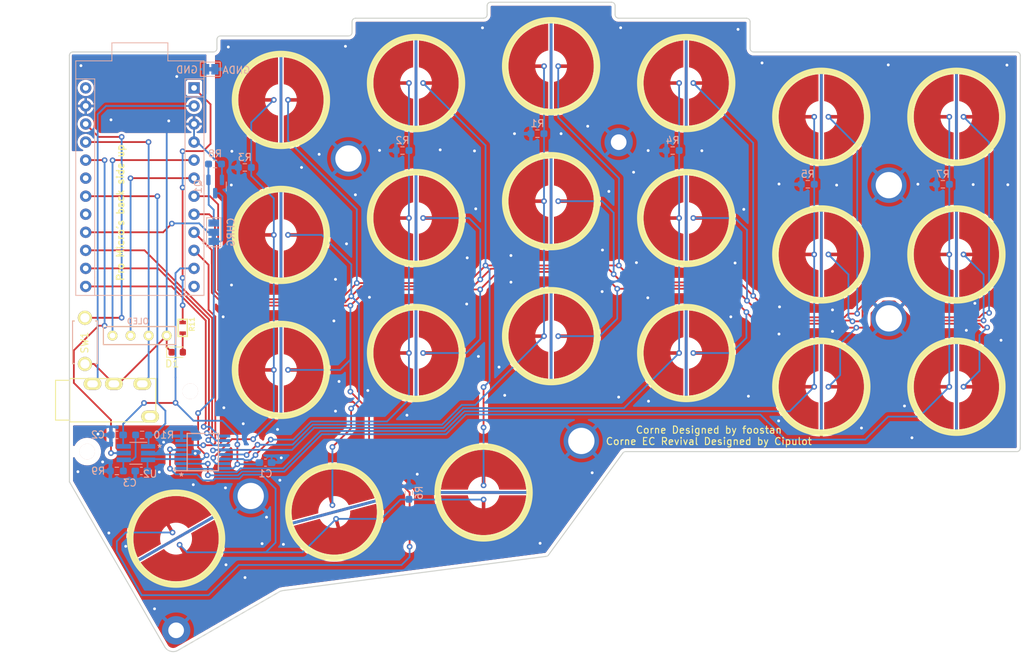
<source format=kicad_pcb>
(kicad_pcb (version 20211014) (generator pcbnew)
  (title_block (title "Corne EC Revival | Right Side") (date "2022-01-28") (rev "1.0") (comment 1 "Copyright © 2024 Cipulot") (comment 2 "CC-BY-NC-SA-4.0"))
  (layers (0 "F.Cu" signal) (31 "B.Cu" signal) (34 "B.Paste" user) (35 "F.Paste" user) (36 "B.SilkS" user "B.Silkscreen") (37 "F.SilkS" user "F.Silkscreen") (38 "B.Mask" user) (39 "F.Mask" user) (44 "Edge.Cuts" user))
  (net 0 "")
  (net 1 "GNDA")
  (net 2 "ROW0")
  (net 3 "COL0")
  (net 4 "ROW1")
  (net 5 "ROW2")
  (net 6 "COL1")
  (net 7 "COL2")
  (net 8 "COL4")
  (net 9 "COL5")
  (net 10 "COL6")
  (net 11 "+5V")
  (net 12 "Net-(C3-Pad1)")
  (net 13 "GND")
  (net 14 "Net-(D1-Pad2)")
  (net 15 "SDA")
  (net 16 "SCL")
  (net 17 "Net-(JP1-Pad3)")
  (net 18 "CHARGE_RST")
  (net 19 "Net-(R10-Pad1)")
  (net 20 "ADC")
  (net 21 "LED")
  (net 22 "RESET")
  (net 23 "OPAMP_SHDN")
  (net 24 "DATA")
  (net 25 "COL_EN")
  (net 26 "CSEL2")
  (net 27 "CSEL1")
  (net 28 "CSEL0")
  (net 33 "COL3")
  (net 34 "VCC")
  (footprint "cipulot_parts:ecs_pad_no_ring" (layer "F.Cu") (at 109.6264 108.6962)
    (fp_text reference "SW19")
    (fp_text value "EC_SW" hide)
  )
  (footprint "cipulot_parts:ecs_pad_no_ring" (layer "F.Cu") (at 109.6264 70.6962)
    (fp_text reference "SW17")
    (fp_text value "EC_SW" hide)
  )
  (footprint "cipulot_parts:ecs_pad_no_ring" (layer "F.Cu") (at 147.6264 103.9462)
    (fp_text reference "SW13")
    (fp_text value "EC_SW" hide)
  )
  (footprint "cipulot_parts:ecs_pad_no_ring" (layer "F.Cu") (at 166.6264 87.3212)
    (fp_text reference "SW9")
    (fp_text value "EC_SW" hide)
  )
  (footprint "cipulot_parts:ecs_pad_no_ring" (layer "F.Cu") (at 128.6264 68.3212)
    (fp_text reference "SW14")
    (fp_text value "EC_SW" hide)
  )
  (footprint "cipulot_parts:ecs_pad_no_ring" (layer "F.Cu") (at 147.6264 65.9462)
    (fp_text reference "SW11")
    (fp_text value "EC_SW" hide)
  )
  (footprint "cipulot_parts:TRRS-PJ-320A-no-Fmask" (layer "F.Cu") (at 79.9277 112.9634 90)
    (fp_text reference "J2")
    (fp_text value "MJ-4PP-9")
  )
  (footprint "cipulot_parts:SW_3.5x6.0_TH" (layer "F.Cu") (at 82.016459 104.839259 -90)
    (fp_text reference "SW1")
    (fp_text value "SW_Push")
  )
  (footprint "cipulot_parts:ecs_pad_no_ring" (layer "F.Cu") (at 117.1264 128.6962 105)
    (fp_text reference "SW21")
    (fp_text value "EC_SW" hide)
  )
  (footprint "cipulot_parts:ecs_pad_no_ring" (layer "F.Cu") (at 204.6264 92.44494)
    (fp_text reference "SW3")
    (fp_text value "EC_SW" hide)
  )
  (footprint "cipulot_parts:R_0603" (layer "F.Cu") (at 95.8078 102.778 -90)
    (fp_text reference "R11")
    (fp_text value "R" hide)
  )
  (footprint "cipulot_parts:ecs_pad_no_ring" (layer "F.Cu") (at 166.6264 106.3212)
    (fp_text reference "SW10")
    (fp_text value "EC_SW" hide)
  )
  (footprint "cipulot_parts:ecs_pad_no_ring" (layer "F.Cu") (at 204.6264 111.0712)
    (fp_text reference "SW4")
    (fp_text value "EC_SW" hide)
  )
  (footprint "cipulot_parts:ecs_pad_no_ring" (layer "F.Cu") (at 185.6264 73.0712)
    (fp_text reference "SW5")
    (fp_text value "EC_SW" hide)
  )
  (footprint "cipulot_parts:ecs_pad_no_ring" (layer "F.Cu") (at 185.6264 111.0712)
    (fp_text reference "SW7")
    (fp_text value "EC_SW" hide)
  )
  (footprint "cipulot_parts:ecs_pad_no_ring" (layer "F.Cu") (at 138.1264 125.9462 90)
    (fp_text reference "SW20")
    (fp_text value "EC_SW" hide)
  )
  (footprint "Diode_SMD:D_0603_1608Metric" (layer "F.Cu") (at 95.0458 106.207)
    (fp_text reference "D1")
    (fp_text value "LED" hide)
  )
  (footprint "cipulot_parts:ecs_pad_no_ring" (layer "F.Cu") (at 204.6264 73.0712)
    (fp_text reference "SW2")
    (fp_text value "EC_SW" hide)
  )
  (footprint "cipulot_parts:ecs_pad_no_ring" (layer "F.Cu") (at 94.8764 132.4462 120)
    (fp_text reference "SW22")
    (fp_text value "EC_SW" hide)
  )
  (footprint "cipulot_parts:ecs_pad_no_ring" (layer "F.Cu") (at 128.6264 106.3212)
    (fp_text reference "SW16")
    (fp_text value "EC_SW" hide)
  )
  (footprint "cipulot_parts:ecs_pad_no_ring" (layer "F.Cu") (at 185.6264 92.44494)
    (fp_text reference "SW6")
    (fp_text value "EC_SW" hide)
  )
  (footprint "cipulot_parts:ecs_pad_no_ring" (layer "F.Cu") (at 109.6264 89.6962)
    (fp_text reference "SW18")
    (fp_text value "EC_SW" hide)
  )
  (footprint "cipulot_parts:ecs_pad_no_ring" (layer "F.Cu") (at 128.6264 87.3212)
    (fp_text reference "SW15")
    (fp_text value "EC_SW" hide)
  )
  (footprint "cipulot_parts:ecs_pad_no_ring" (layer "F.Cu") (at 147.6264 84.9462)
    (fp_text reference "SW12")
    (fp_text value "EC_SW" hide)
  )
  (footprint "cipulot_parts:ecs_pad_no_ring" (layer "F.Cu") (at 166.6264 68.3212)
    (fp_text reference "SW8")
    (fp_text value "EC_SW" hide)
  )
  (footprint "cipulot_parts:OLED_Small" (layer "F.Cu") (at 89.712299 103.8702 180)
    (fp_text reference "J1" hide)
    (fp_text value "OLED" hide)
  )
  (footprint "Jumper:SolderJumper-2_P1.3mm_Bridged_Pad1.0x1.5mm" (layer "B.Cu") (at 99.694 66.3798 180)
    (fp_text reference "JP2" hide)
    (fp_text value "Jumper_NC_Small" hide)
  )
  (footprint "cipulot_parts:MountingHole_3.7mm_Pad_TopBottom" (layer "B.Cu") (at 151.8764 118.6962 180)
    (fp_text reference "REF**" hide)
    (fp_text value "MountingHole_3.7mm_Pad_TopBottom" hide)
  )
  (footprint "cipulot_parts:R_0603_1608Metric_Pad0.98x0.95mm_HandSolder" (layer "B.Cu") (at 126.725 77.8212 180)
    (fp_text reference "R2")
    (fp_text value "100k")
  )
  (footprint "Package_TO_SOT_SMD:TSOT-23-6_HandSoldering" (layer "B.Cu") (at 89.2292 120.4056 180)
    (fp_text reference "U2")
    (fp_text value "LTC6255" hide)
  )
  (footprint "cipulot_parts:MountingHole_3.7mm_Pad_TopBottom" (layer "B.Cu") (at 195.1264 82.6962 180)
    (fp_text reference "REF**" hide)
    (fp_text value "MountingHole_3.7mm_Pad_TopBottom" hide)
  )
  (footprint "Jumper:SolderJumper-3_P1.3mm_Bridged12_Pad1.0x1.5mm" (layer "B.Cu") (at 100.1766 89.32328 90)
    (fp_text reference "JP1" hide)
    (fp_text value "Jumper_3_Bridged12" hide)
  )
  (footprint "cipulot_parts:HOLE_M2" (layer "B.Cu") (at 82.3764 120.1962 180)
    (fp_text reference "H22" hide)
    (fp_text value "MountingHole" hide)
  )
  (footprint "cipulot_parts:MountingHole_3.7mm_Pad_TopBottom" (layer "B.Cu") (at 105.3764 126.4462 180)
    (fp_text reference "REF**" hide)
    (fp_text value "MountingHole_3.7mm_Pad_TopBottom" hide)
  )
  (footprint "cipulot_parts:R_0603_1608Metric_Pad0.98x0.95mm_HandSolder" (layer "B.Cu") (at 90.1 117.85)
    (fp_text reference "R10")
    (fp_text value "22k" hide)
  )
  (footprint "cipulot_parts:R_0603_1608Metric_Pad0.98x0.95mm_HandSolder" (layer "B.Cu") (at 202.725 82.5712 180)
    (fp_text reference "R7")
    (fp_text value "100k")
  )
  (footprint "cipulot_parts:R_0603_1608Metric_Pad0.98x0.95mm_HandSolder" (layer "B.Cu") (at 127.6264 125.9936 90)
    (fp_text reference "R6")
    (fp_text value "100k")
  )
  (footprint "cipulot_parts:C_0603_1608Metric_Pad1.08x0.95mm_HandSolder" (layer "B.Cu") (at 86.575 117.85 180)
    (fp_text reference "C2")
    (fp_text value "0.1u" hide)
  )
  (footprint "cipulot_parts:R_0603_1608Metric_Pad0.98x0.95mm_HandSolder" (layer "B.Cu") (at 145.7 75.4462 180)
    (fp_text reference "R1")
    (fp_text value "100k")
  )
  (footprint "kbd:LEGO_HOLE" (layer "B.Cu") (at 157.1264 76.6462 180)
    (fp_text reference "")
    (fp_text value "")
  )
  (footprint "cipulot_parts:R_0603_1608Metric_Pad0.98x0.95mm_HandSolder" (layer "B.Cu") (at 164.725 77.8212 180)
    (fp_text reference "R4")
    (fp_text value "100k")
  )
  (footprint "cipulot_parts:C_0603_1608Metric_Pad1.08x0.95mm_HandSolder" (layer "B.Cu") (at 90 122.925 180)
    (fp_text reference "C3")
    (fp_text value "220p" hide)
  )
  (footprint "cipulot_parts:C_0603_1608Metric_Pad1.08x0.95mm_HandSolder" (layer "B.Cu") (at 107.45 121.75 180)
    (fp_text reference "C1")
    (fp_text value "0.1u" hide)
  )
  (footprint "Package_TO_SOT_SMD:SOT-23" (layer "B.Cu") (at 100.3798 82.8898 -90)
    (fp_text reference "Q1")
    (fp_text value "Q_NMOS_GSD" hide)
  )
  (footprint "cipulot_parts:Sparkfun_Pro_Micro" (layer "B.Cu") (at 82.167299 96.947299)
    (fp_text reference "U3" hide)
    (fp_text value "ProMicro")
  )
  (footprint "cipulot_parts:R_0603_1608Metric_Pad0.98x0.95mm_HandSolder" (layer "B.Cu") (at 86.55 122.925)
    (fp_text reference "R9")
    (fp_text value "1k" hide)
  )
  (footprint "kbd:LEGO_HOLE" (layer "B.Cu") (at 94.8875 145.35 180)
    (fp_text reference "")
    (fp_text value "")
  )
  (footprint "cipulot_parts:MountingHole_3.7mm_Pad_TopBottom" (layer "B.Cu") (at 195.1264 101.4462 180)
    (fp_text reference "REF**" hide)
    (fp_text value "MountingHole_3.7mm_Pad_TopBottom" hide)
  )
  (footprint "cipulot_parts:MountingHole_3.7mm_Pad_TopBottom" (layer "B.Cu") (at 119.1264 78.9462 180)
    (fp_text reference "REF**" hide)
    (fp_text value "MountingHole_3.7mm_Pad_TopBottom" hide)
  )
  (footprint "cipulot_parts:TSSOP16" (layer "B.Cu") (at 98.6272 120.2786 90)
    (fp_text reference "U1")
    (fp_text value "74HC4051")
  )
  (footprint "" (layer "B.Cu") (at 96.8764 111.6962 180)
    (fp_text reference "")
    (fp_text value "")
  )
  (footprint "cipulot_parts:R_0603_1608Metric_Pad0.98x0.95mm_HandSolder" (layer "B.Cu") (at 104.55 80.2 180)
    (fp_text reference "R3")
    (fp_text value "100k")
  )
  (footprint "cipulot_parts:R_0603_1608Metric_Pad0.98x0.95mm_HandSolder" (layer "B.Cu") (at 183.725 82.5712 180)
    (fp_text reference "R5")
    (fp_text value "100k")
  )
  (footprint "cipulot_parts:R_0603_1608Metric_Pad0.98x0.95mm_HandSolder" (layer "B.Cu") (at 100.3544 79.7148)
    (fp_text reference "R8")
    (fp_text value "100k" hide)
  )
  (gr_circle (center 109.624 89.7008) (end 103.632 89.7008) (layer "B.Cu") (width 0.01) (fill none))
  (gr_line (start 156.1264 56.9462) (end 139.1264 56.9462) (layer "Edge.Cuts") (width 0.15))
  (gr_arc (start 157.758949 120.346455) (mid 157.92116 120.238068) (end 158.112502 120.200008) (layer "Edge.Cuts") (width 0.15))
  (gr_line (start 156.6264 58.6962) (end 156.6264 57.4462) (layer "Edge.Cuts") (width 0.15))
  (gr_arc (start 138.6264 58.6962) (mid 138.479953 59.049753) (end 138.1264 59.1962) (layer "Edge.Cuts") (width 0.15))
  (gr_arc (start 79.8764 64.4462) (mid 80.022847 64.092647) (end 80.3764 63.9462) (layer "Edge.Cuts") (width 0.15))
  (gr_line (start 175.612502 63.450008) (end 175.612502 59.700008) (layer "Edge.Cuts") (width 0.15))
  (gr_arc (start 213.612502 119.700008) (mid 213.466055 120.053561) (end 213.112502 120.200008) (layer "Edge.Cuts") (width 0.15))
  (gr_line (start 213.112502 120.200008) (end 158.112502 120.200008) (layer "Edge.Cuts") (width 0.15))
  (gr_arc (start 109.537502 139.850008) (mid 109.86155 139.769157) (end 110.191946 139.720352) (layer "Edge.Cuts") (width 0.15))
  (gr_arc (start 157.1264 59.1962) (mid 156.772847 59.049753) (end 156.6264 58.6962) (layer "Edge.Cuts") (width 0.15))
  (gr_arc (start 156.1264 56.9462) (mid 156.479953 57.092647) (end 156.6264 57.4462) (layer "Edge.Cuts") (width 0.15))
  (gr_arc (start 175.112502 59.200008) (mid 175.466055 59.346455) (end 175.612502 59.700008) (layer "Edge.Cuts") (width 0.15))
  (gr_line (start 138.6264 57.4462) (end 138.6264 58.6962) (layer "Edge.Cuts") (width 0.15))
  (gr_line (start 79.8764 124.4462) (end 79.8764 64.4462) (layer "Edge.Cuts") (width 0.15))
  (gr_line (start 100.6264 63.4462) (end 100.6264 62.1962) (layer "Edge.Cuts") (width 0.15))
  (gr_arc (start 119.6264 59.6962) (mid 119.772847 59.342647) (end 120.1264 59.1962) (layer "Edge.Cuts") (width 0.15))
  (gr_line (start 95.243251 148.110964) (end 109.537502 139.850008) (layer "Edge.Cuts") (width 0.15))
  (gr_arc (start 100.6264 63.4462) (mid 100.479953 63.799753) (end 100.1264 63.9462) (layer "Edge.Cuts") (width 0.15))
  (gr_line (start 110.191946 139.720352) (end 146.862502 134.950008) (layer "Edge.Cuts") (width 0.15))
  (gr_arc (start 213.112502 63.950008) (mid 213.466055 64.096455) (end 213.612502 64.450008) (layer "Edge.Cuts") (width 0.15))
  (gr_arc (start 176.112502 63.950008) (mid 175.758949 63.803561) (end 175.612502 63.450008) (layer "Edge.Cuts") (width 0.15))
  (gr_line (start 175.112502 59.200008) (end 157.1264 59.1962) (layer "Edge.Cuts") (width 0.15))
  (gr_arc (start 95.243251 148.110964) (mid 94.200433 148.321625) (end 93.315239 147.731473) (layer "Edge.Cuts") (width 0.15))
  (gr_line (start 213.112502 63.950008) (end 176.112502 63.950008) (layer "Edge.Cuts") (width 0.15))
  (gr_arc (start 100.6264 62.1962) (mid 100.772847 61.842647) (end 101.1264 61.6962) (layer "Edge.Cuts") (width 0.15))
  (gr_arc (start 138.6264 57.4462) (mid 138.772847 57.092647) (end 139.1264 56.9462) (layer "Edge.Cuts") (width 0.15))
  (gr_line (start 138.1264 59.1962) (end 120.1264 59.1962) (layer "Edge.Cuts") (width 0.15))
  (gr_arc (start 147.216055 134.803561) (mid 147.053844 134.911948) (end 146.862502 134.950008) (layer "Edge.Cuts") (width 0.15))
  (gr_line (start 119.1264 61.6962) (end 101.1264 61.6962) (layer "Edge.Cuts") (width 0.15))
  (gr_line (start 147.216055 134.803561) (end 157.758949 120.346455) (layer "Edge.Cuts") (width 0.15))
  (gr_line (start 100.1264 63.9462) (end 80.3764 63.9462) (layer "Edge.Cuts") (width 0.15))
  (gr_line (start 119.6264 59.6962) (end 119.6264 61.1962) (layer "Edge.Cuts") (width 0.15))
  (gr_line (start 79.8764 124.4462) (end 93.315239 147.731473) (layer "Edge.Cuts") (width 0.15))
  (gr_line (start 213.612502 119.700008) (end 213.612502 64.450008) (layer "Edge.Cuts") (width 0.15))
  (gr_arc (start 119.6264 61.1962) (mid 119.479953 61.549753) (end 119.1264 61.6962) (layer "Edge.Cuts") (width 0.15))
  (gr_text "GND" (at 96.4125 66.45048) (layer "B.SilkS") (effects (font (size 1 1)) (justify mirror)))
  (gr_text "*" (at 95.625 123.74) (layer "B.SilkS") (effects (font (size 1 1)) (justify mirror)))
  (gr_text "CHRG" (at 102.5875 89.30048 90) (layer "B.SilkS") (effects (font (size 1 1)) (justify mirror)))
  (gr_text "OLED" (at 89.50326 101.85512) (layer "B.SilkS") (effects (font (size 0.8128 0.8128)) (justify mirror)))
  (gr_text "GNDA" (at 103.3625 66.50048) (layer "B.SilkS") (effects (font (size 1 1)) (justify mirror)))
  (gr_text "*" (at 92.57 119.71) (layer "B.SilkS") (effects (font (size 1 1)) (justify mirror)))
  (gr_text "Corne Designed by foostan\nCorne EC Revival Designed by Cipulot" (at 169.8125 117.95048) (layer "F.SilkS") (effects (font (size 1 1))))
  (gr_text "Pro Micro's back side up" (at 87.05 86.575 90) (layer "F.SilkS") (effects (font (size 1 1) (thickness 0.2))))
  (segment (start 118.125 113.2) (end 119.8 113.2) (width 0.25) (layer "F.Cu") (net 1))
  (segment (start 120.85 114.25) (end 120.85 118.875) (width 0.25) (layer "F.Cu") (net 1))
  (segment (start 119.8 113.2) (end 120.85 114.25) (width 0.25) (layer "F.Cu") (net 1))
  (via (at 149.025 75.45) (size 0.8) (drill 0.4) (layers "F.Cu" "B.Cu") (net 1))
  (via (at 154.85 91.825) (size 0.8) (drill 0.4) (layers "F.Cu" "B.Cu") (net 1))
  (via (at 128.8 123.375) (size 0.8) (drill 0.4) (layers "F.Cu" "B.Cu") (net 1))
  (via (at 161.275 77.825) (size 0.8) (drill 0.4) (layers "F.Cu" "B.Cu") (net 1))
  (via (at 161.325 113.1) (size 0.8) (drill 0.4) (layers "F.Cu" "B.Cu") (net 1))
  (via (at 179.675 103.65) (size 0.8) (drill 0.4) (layers "F.Cu" "B.Cu") (net 1))
  (via (at 102.725 77.925) (size 0.8) (drill 0.4) (layers "F.Cu" "B.Cu") (net 1))
  (via (at 85.425 131.65) (size 0.8) (drill 0.4) (layers "F.Cu" "B.Cu") (net 1))
  (via (at 187.7812 82.6866) (size 0.8) (drill 0.4) (layers "F.Cu" "B.Cu") (net 1))
  (via (at 121.85 111.6) (size 0.8) (drill 0.4) (layers "F.Cu" "B.Cu") (net 1))
  (via (at 109.475 124.225) (size 0.8) (drill 0.4) (layers "F.Cu" "B.Cu") (net 1))
  (via (at 141.975 92.6) (size 0.8) (drill 0.4) (layers "F.Cu" "B.Cu") (net 1))
  (via (at 101.9 136.125) (size 0.8) (drill 0.4) (layers "F.Cu" "B.Cu") (net 1))
  (via (at 132.025 77.725) (size 0.8) (drill 0.4) (layers "F.Cu" "B.Cu") (net 1))
  (via (at 135.75 99.425) (size 0.8) (drill 0.4) (layers "F.Cu" "B.Cu") (net 1))
  (via (at 210.9 104.525) (size 0.8) (drill 0.4) (layers "F.Cu" "B.Cu") (net 1))
  (via (at 84.55 121.65) (size 0.8) (drill 0.4) (layers "F.Cu" "B.Cu") (net 1))
  (via (at 146.075 133.1) (size 0.8) (drill 0.4) (layers "F.Cu" "B.Cu") (net 1))
  (via (at 112.525 80.2) (size 0.8) (drill 0.4) (layers "F.Cu" "B.Cu") (net 1))
  (via (at 187.2 100.25) (size 0.8) (drill 0.4) (layers "F.Cu" "B.Cu") (net 1))
  (via (at 107.6 129.425) (size 0.8) (drill 0.4) (layers "F.Cu" "B.Cu") (net 1))
  (via (at 97.3 124.85) (size 0.8) (drill 0.4) (layers "F.Cu" "B.Cu") (net 1))
  (via (at 83.9 117.725) (size 0.8) (drill 0.4) (layers "F.Cu" "B.Cu") (net 1))
  (via (at 104.325 116.275) (size 0.8) (drill 0.4) (layers "F.Cu" "B.Cu") (net 1))
  (via (at 101.825 125.3) (size 0.8) (drill 0.4) (layers "F.Cu" "B.Cu") (net 1))
  (via (at 198.375 118.25) (size 0.8) (drill 0.4) (layers "F.Cu" "B.Cu") (net 1))
  (via (at 195.0456 65.7702) (size 0.8) (drill 0.4) (layers "F.Cu" "B.Cu") (net 1))
  (via (at 137.975 60.55) (size 0.8) (drill 0.4) (layers "F.Cu" "B.Cu") (net 1))
  (via (at 211.8604 82.6358) (size 0.8) (drill 0.4) (layers "F.Cu" "B.Cu") (net 1))
  (via (at 207.225 99.325) (size 0.8) (drill 0.4) (layers "F.Cu" "B.Cu") (net 1))
  (via (at 120.1 84.05) (size 0.8) (drill 0.4) (layers "F.Cu" "B.Cu") (net 1))
  (via (at 127.35 115.075) (size 0.8) (drill 0.4) (layers "F.Cu" "B.Cu") (net 1))
  (via (at 118.85 90.95) (size 0.8) (drill 0.4) (layers "F.Cu" "B.Cu") (net 1))
  (via (at 159.625 93.6) (size 0.8) (drill 0.4) (layers "F.Cu" "B.Cu") (net 1))
  (via (at 115 78.35) (size 0.8) (drill 0.4) (layers "F.Cu" "B.Cu") (net 1))
  (via (at 173.5 93.65) (size 0.8) (drill 0.4) (layers "F.Cu" "B.Cu") (net 1))
  (via (at 117.8 110.325) (size 0.8) (drill 0.4) (layers "F.Cu" "B.Cu") (net 1))
  (via (at 117.3 114.5) (size 0.8) (drill 0.4) (layers "F.Cu" "B.Cu") (net 1))
  (via (at 173.9128 60.7664) (size 0.8) (drill 0.4) (layers "F.Cu" "B.Cu") (net 1))
  (via (at 109.675 121.075) (size 0.8) (drill 0.4) (layers "F.Cu" "B.Cu") (net 1))
  (via (at 141.975 96.35) (size 0.8) (drill 0.4) (layers "F.Cu" "B.Cu") (net 1))
  (via (at 172.9 101.225) (size 0.8) (drill 0.4) (layers "F.Cu" "B.Cu") (net 1))
  (via (at 154.8 97.675) (size 0.8) (drill 0.4) (layers "F.Cu" "B.Cu") (net 1))
  (via (at 106.975 133.15) (size 0.8) (drill 0.4) (layers "F.Cu" "B.Cu") (net 1))
  (via (at 81.075 123.025) (size 0.8) (drill 0.4) (layers "F.Cu" "B.Cu") (net 1))
  (via (at 87.8 133.525) (size 0.8) (drill 0.4) (layers "F.Cu" "B.Cu") (net 1))
  (via (at 118.7 63.15) (size 0.8) (drill 0.4) (layers "F.Cu" "B.Cu") (net 1))
  (via (at 153.4 123.175) (size 0.8) (drill 0.4) (layers "F.Cu" "B.Cu") (net 1))
  (via (at 177.291 65.4908) (size 0.8) (drill 0.4) (layers "F.Cu" "B.Cu") (net 1))
  (via (at 152.775 74.4) (size 0.8) (drill 0.4) (layers "F.Cu" "B.Cu") (net 1))
  (via (at 137.4 106.8) (size 0.8) (drill 0.4) (layers "F.Cu" "B.Cu") (net 1))
  (via (at 117.3 95.95) (size 0.8) (drill 0.4) (layers "F.Cu" "B.Cu") (net 1))
  (via (at 161.225 98.55) (size 0.8) (drill 0.4) (layers "F.Cu" "B.Cu") (net 1))
  (via (at 122.075 98.475) (size 0.8) (drill 0.4) (layers "F.Cu" "B.Cu") (net 1))
  (via (at 206.025 103.125) (size 0.8) (drill 0.4) (layers "F.Cu" "B.Cu") (net 1))
  (via (at 199.2112 82.5596) (size 0.8) (drill 0.4) (layers "F.Cu" "B.Cu") (net 1))
  (via (at 135.825 92.925) (size 0.8) (drill 0.4) (layers "F.Cu" "B.Cu") (net 1))
  (via (at 102.225 63.25) (size 0.8) (drill 0.4) (layers "F.Cu" "B.Cu") (net 1))
  (via (at 102.65 82.675) (size 0.8) (drill 0.4) (layers "F.Cu" "B.Cu") (net 1))
  (via (at 179.75 99.825) (size 0.8) (drill 0.4) (layers "F.Cu" "B.Cu") (net 1))
  (via (at 155.75 83.575) (size 0.8) (drill 0.4) (layers "F.Cu" "B.Cu") (net 1))
  (via (at 168.825 77.85) (size 0.8) (drill 0.4) (layers "F.Cu" "B.Cu") (net 1))
  (via (at 140.3 108.3) (size 0.8) (drill 0.4) (layers "F.Cu" "B.Cu") (net 1))
  (via (at 179.625 115.875) (size 0.8) (drill 0.4) (layers "F.Cu" "B.Cu") (net 1))
  (via (at 206.9836 82.6104) (size 0.8) (drill 0.4) (layers "F.Cu" "B.Cu") (net 1))
  (via (at 92.525 123.075) (size 0.8) (drill 0.4) (layers "F.Cu" "B.Cu") (net 1))
  (via (at 187.2 103.275) (size 0.8) (drill 0.4) (layers "F.Cu" "B.Cu") (net 1))
  (via (at 211.7334 65.7956) (size 0.8) (drill 0.4) (layers "F.Cu" "B.Cu") (net 1))
  (via (at 159.225 80.875) (size 0.8) (drill 0.4) (layers "F.Cu" "B.Cu") (net 1))
  (via (at 197.325 113.775) (size 0.8) (drill 0.4) (layers "F.Cu" "B.Cu") (net 1))
  (via (at 97.575 120.45) (size 0.8) (drill 0.4) (layers "F.Cu" "B.Cu") (net 1))
  (via (at 123.5 77.8) (size 0.8) (drill 0.4) (layers "F.Cu" "B.Cu") (net 1))
  (via (at 137.025 86.025) (size 0.8) (drill 0.4) (layers "F.Cu" "B.Cu") (net 1))
  (via (at 102.675 96.75) (size 0.8) (drill 0.4) (layers "F.Cu" "B.Cu") (net 1))
  (via (at 93.125 118.875) (size 0.8) (drill 0.4) (layers "F.Cu" "B.Cu") (net 1))
  (via (at 101.6 114.025) (size 0.8) (drill 0.4) (layers "F.Cu" "B.Cu") (net 1))
  (via (at 141.1 112.275) (size 0.8) (drill 0.4) (layers "F.Cu" "B.Cu") (net 1))
  (via (at 174.725 86.1) (size 0.8) (drill 0.4) (layers "F.Cu" "B.Cu") (net 1))
  (via (at 117.075 101.8) (size 0.8) (drill 0.4) (layers "F.Cu" "B.Cu") (net 1))
  (via (at 179.6786 82.5342) (size 0.8) (drill 0.4) (layers "F.Cu" "B.Cu") (net 1))
  (via (at 104.575 137.925) (size 0.8) (drill 0.4) (layers "F.Cu" "B.Cu") (net 1))
  (via (at 136.85 77.875) (size 0.8) (drill 0.4) (layers "F.Cu" "B.Cu") (net 1))
  (via (at 191.275 116.875) (size 0.8) (drill 0.4) (layers "F.Cu" "B.Cu") (net 1))
  (via (at 157.4028 60.5378) (size 0.8) (drill 0.4) (layers "F.Cu" "B.Cu") (net 1))
  (via (at 109.15 117.075) (size 0.8) (drill 0.4) (layers "F.Cu" "B.Cu") (net 1))
  (via (at 109.975 133.25) (size 0.8) (drill 0.4) (layers "F.Cu" "B.Cu") (net 1))
  (via (at 157.125 112.525) (size 0.8) (drill 0.4) (layers "F.Cu" "B.Cu") (net 1))
  (via (at 142.475 75.45) (size 0.8) (drill 0.4) (layers "F.Cu" "B.Cu") (net 1))
  (via (at 101.5 101.225) (size 0.8) (drill 0.4) (layers "F.Cu" "B.Cu") (net 1))
  (via (at 91.85 142.325) (size 0.8) (drill 0.4) (layers "F.Cu" "B.Cu") (net 1))
  (via (at 175.375 112.4) (size 0.8) (drill 0.4) (layers "F.Cu" "B.Cu") (net 1))
  (segment (start 204.625 118.475) (end 204.625 65.5) (width 0.25) (layer "B.Cu") (net 1))
  (segment (start 91.13478 120.60118) (end 90.9392 120.4056) (width 0.25) (layer "B.Cu") (net 1))
  (segment (start 93.125 118.875) (end 93.125 119.375) (width 0.25) (layer "B.Cu") (net 1))
  (segment (start 109.625 115.525) (end 109.625 63.3) (width 0.25) (layer "B.Cu") (net 1))
  (segment (start 89.1 135.775) (end 101.525 128.6) (width 0.25) (layer "B.Cu") (net 1))
  (segment (start 95.65286 118.0053) (end 95.65286 118.65554) (width 0.25) (layer "B.Cu") (net 1))
  (segment (start 147.625 110.65) (end 147.625 58.475) (width 0.25) (layer "B.Cu") (net 1))
  (segment (start 92.0944 120.4056) (end 90.9392 120.4056) (width 0.25) (layer "B.Cu") (net 1))
  (segment (start 95.65286 120.60118) (end 97.42382 120.60118) (width 0.25) (layer "B.Cu") (net 1))
  (segment (start 93.125 119.375) (end 92.0944 120.4056) (width 0.25) (layer "B.Cu") (net 1))
  (segment (start 166.625 113.125) (end 166.625 60.925) (width 0.25) (layer "B.Cu") (net 1))
  (segment (start 95.70404 120.55) (end 95.65286 120.60118) (width 0.25) (layer "B.Cu") (net 1))
  (segment (start 110 130.6) (end 124.325 126.775) (width 0.25) (layer "B.Cu") (net 1))
  (segment (start 97.42382 120.60118) (end 97.575 120.45) (width 0.25) (layer "B.Cu") (net 1))
  (segment (start 95.65286 120.60118) (end 91.13478 120.60118) (width 0.25) (layer "B.Cu") (net 1))
  (segment (start 145.575 125.95) (end 130.9 125.95) (width 0.25) (layer "B.Cu") (net 1))
  (segment (start 185.625 117.75) (end 185.625 65.6) (width 0.25) (layer "B.Cu") (net 1))
  (segment (start 128.625 113.125) (end 128.625 60.9) (width 0.25) (layer "B.Cu") (net 1))
  (segment (start 190.19142 73.0712) (end 186.6264 73.0712) (width 0.25) (layer "F.Cu") (net 2))
  (segment (start 205.6264 73.0712) (end 207.66142 73.0712) (width 0.25) (layer "F.Cu") (net 2))
  (segment (start 189.400386 100.775) (end 188.874426 101.30096) (width 0.25) (layer "F.Cu") (net 2))
  (segment (start 193.703565 97.35) (end 190.675 100.378565) (width 0.25) (layer "F.Cu") (net 2))
  (segment (start 174.15096 96.37596) (end 176.05 98.275) (width 0.25) (layer "F.Cu") (net 2))
  (segment (start 100.798203 97.450123) (end 102.09904 98.75096) (width 0.25) (layer "F.Cu") (net 2))
  (segment (start 110.6264 70.6962) (end 112.75186 70.6962) (width 0.25) (layer "F.Cu") (net 2))
  (segment (start 120.3 96.475) (end 120.30048 96.47548) (width 0.25) (layer "F.Cu") (net 2))
  (segment (start 188.874426 101.30096) (end 179.07596 101.30096) (width 0.25) (layer "F.Cu") (net 2))
  (segment (start 208.475 100.675) (end 207.84952 101.30048) (width 0.25) (layer "F.Cu") (net 2))
  (segment (start 120.30048 96.47548) (end 135.92452 96.47548) (width 0.25) (layer "F.Cu") (net 2))
  (segment (start 207.84952 101.30048) (end 200.52548 101.30048) (width 0.25) (layer "F.Cu") (net 2))
  (segment (start 120.3 96.475) (end 118.02404 98.75096) (width 0.25) (layer "F.Cu") (net 2))
  (segment (start 138.39904 94.00096) (end 157.15096 94.00096) (width 0.25) (layer "F.Cu") (net 2))
  (segment (start 157.15096 94.00096) (end 159.52596 96.37596) (width 0.25) (layer "F.Cu") (net 2))
  (segment (start 190.675 100.378565) (end 190.675 100.775) (width 0.25) (layer "F.Cu") (net 2))
  (segment (start 148.6264 65.9462) (end 151.13642 65.9462) (width 0.25) (layer "F.Cu") (net 2))
  (segment (start 135.92452 96.47548) (end 138.39904 94.00096) (width 0.25) (layer "F.Cu") (net 2))
  (segment (start 167.6264 68.3212) (end 170.29142 68.3212) (width 0.25) (layer "F.Cu") (net 2))
  (segment (start 138.125 116.8) (end 138.125 111.125) (width 0.25) (layer "F.Cu") (net 2))
  (segment (start 129.6264 68.3212) (end 131.64686 68.3212) (width 0.25) (layer "F.Cu") (net 2))
  (segment (start 97.407299 84.247299) (end 99.647299 84.247299) (width 0.25) (layer "F.Cu") (net 2))
  (segment (start 179.07596 101.30096) (end 176.05 98.275) (width 0.25) (layer "F.Cu") (net 2))
  (segment (start 159.52596 96.37596) (end 174.15096 96.37596) (width 0.25) (layer "F.Cu") (net 2))
  (segment (start 190.675 100.775) (end 189.400386 100.775) (width 0.25) (layer "F.Cu") (net 2))
  (segment (start 200.52548 101.30048) (end 196.575 97.35) (width 0.25) (layer "F.Cu") (net 2))
  (segment (start 99.647299 84.247299) (end 100.798203 85.398203) (width 0.25) (layer "F.Cu") (net 2))
  (segment (start 209.225 100.675) (end 208.475 100.675) (width 0.25) (layer "F.Cu") (net 2))
  (segment (start 118.02404 98.75096) (end 102.09904 98.75096) (width 0.25) (layer "F.Cu") (net 2))
  (segment (start 100.798203 85.398203) (end 100.798203 97.450123) (width 0.25) (layer "F.Cu") (net 2))
  (segment (start 138.1264 124.9462) (end 138.1264 122.57074) (width 0.25) (layer "F.Cu") (net 2))
  (segment (start 196.575 97.35) (end 193.703565 97.35) (width 0.25) (layer "F.Cu") (net 2))
  (via (at 138.125 111.125) (size 0.8) (drill 0.4) (layers "F.Cu" "B.Cu") (net 2))
  (via (at 138.125 116.8) (size 0.8) (drill 0.4) (layers "F.Cu" "B.Cu") (net 2))
  (via (at 209.225 100.675) (size 0.8) (drill 0.4) (layers "F.Cu" "B.Cu") (net 2))
  (via (at 110.6264 70.6962) (size 0.8) (drill 0.4) (layers "F.Cu" "B.Cu") (net 2))
  (via (at 190.675 100.775) (size 0.8) (drill 0.4) (layers "F.Cu" "B.Cu") (net 2))
  (via (at 186.6264 73.0712) (size 0.8) (drill 0.4) (layers "F.Cu" "B.Cu") (net 2))
  (via (at 148.6264 65.9462) (size 0.8) (drill 0.4) (layers "F.Cu" "B.Cu") (net 2))
  (via (at 176.05 98.275) (size 0.8) (drill 0.4) (layers "F.Cu" "B.Cu") (net 2))
  (via (at 129.6264 68.3212) (size 0.8) (drill 0.4) (layers "F.Cu" "B.Cu") (net 2))
  (via (at 167.6264 68.3212) (size 0.8) (drill 0.4) (layers "F.Cu" "B.Cu") (net 2))
  (via (at 138.1264 124.9462) (size 0.8) (drill 0.4) (layers "F.Cu" "B.Cu") (net 2))
  (via (at 157.15096 94.00096) (size 0.8) (drill 0.4) (layers "F.Cu" "B.Cu") (net 2))
  (via (at 138.39904 94.00096) (size 0.8) (drill 0.4) (layers "F.Cu" "B.Cu") (net 2))
  (via (at 120.3 96.475) (size 0.8) (drill 0.4) (layers "F.Cu" "B.Cu") (net 2))
  (via (at 205.6264 73.0712) (size 0.8) (drill 0.4) (layers "F.Cu" "B.Cu") (net 2))
  (segment (start 120.3 96.475) (end 120.3 86.1) (width 0.25) (layer "B.Cu") (net 2))
  (segment (start 190.675 78.375) (end 190.675 100.35) (width 0.25) (layer "B.Cu") (net 2))
  (segment (start 186.6264 73.0764) (end 189.55 76) (width 0.25) (layer "B.Cu") (net 2))
  (segment (start 138.125 116.8) (end 138.1264 116.8014) (width 0.25) (layer "B.Cu") (net 2))
  (segment (start 186.6264 73.0712) (end 186.6264 73.0764) (width 0.25) (layer "B.Cu") (net 2))
  (segment (start 110.6264 76.4264) (end 110.6264 70.6962) (width 0.25) (layer "B.Cu") (net 2))
  (segment (start 189.55 76) (end 190.675 77.125) (width 0.25) (layer "B.Cu") (net 2))
  (segment (start 209.2188 100.6688) (end 209.2188 76.6636) (width 0.25) (layer "B.Cu") (net 2))
  (segment (start 157.175 93.97692) (end 157.15096 94.00096) (width 0.25) (layer "B.Cu") (net 2))
  (segment (start 190.675 100.35) (end 190.675 100.775) (width 0.25) (layer "B.Cu") (net 2))
  (segment (start 174.1625 74.8625) (end 174.4 75.1) (width 0.25) (layer "B.Cu") (net 2))
  (segment (start 167.6264 68.3264) (end 174.1625 74.8625) (width 0.25) (layer "B.Cu") (net 2))
  (segment (start 138.975 110.275) (end 138.125 111.125) (width 0.25) (layer "B.Cu") (net 2))
  (segment (start 209.2188 76.6636) (end 205.6264 73.0712) (width 0.25) (layer "B.Cu") (net 2))
  (segment (start 157.175 81.725) (end 157.175 93.97692) (width 0.25) (layer "B.Cu") (net 2))
  (segment (start 209.225 100.675) (end 209.2188 100.6688) (width 0.25) (layer "B.Cu") (net 2))
  (segment (start 138.1264 116.8014) (end 138.1264 124.9462) (width 0.25) (layer "B.Cu") (net 2))
  (segment (start 176.05 76.75) (end 176.05 98.275) (width 0.25) (layer "B.Cu") (net 2))
  (segment (start 174.1625 74.8625) (end 176.05 76.75) (width 0.25) (layer "B.Cu") (net 2))
  (segment (start 148.6264 73.1764) (end 157.175 81.725) (width 0.25) (layer "B.Cu") (net 2))
  (segment (start 190.675 77.125) (end 190.675 78.375) (width 0.25) (layer "B.Cu") (net 2))
  (segment (start 138.975 94.57692) (end 138.975 110.275) (width 0.25) (layer "B.Cu") (net 2))
  (segment (start 120.3 86.1) (end 110.6264 76.4264) (width 0.25) (layer "B.Cu") (net 2))
  (segment (start 129.6264 68.3212) (end 129.6264 68.3264) (width 0.25) (layer "B.Cu") (net 2))
  (segment (start 138.39904 94.00096) (end 138.975 94.57692) (width 0.25) (layer "B.Cu") (net 2))
  (segment (start 148.6264 65.9462) (end 148.6264 73.1764) (width 0.25) (layer "B.Cu") (net 2))
  (segment (start 167.6264 68.3212) (end 167.6264 68.3264) (width 0.25) (layer "B.Cu") (net 2))
  (segment (start 138.4 94) (end 138.39904 94.00096) (width 0.25) (layer "B.Cu") (net 2))
  (segment (start 129.6264 68.3264) (end 138.4 77.1) (width 0.25) (layer "B.Cu") (net 2))
  (segment (start 138.4 77.1) (end 138.4 94) (width 0.25) (layer "B.Cu") (net 2))
  (segment (start 99.35 123.525) (end 99.35 121.9) (width 0.25) (layer "F.Cu") (net 3))
  (segment (start 203.6264 92.44494) (end 201.5106 92.44494) (width 0.25) (layer "F.Cu") (net 3))
  (segment (start 203.6264 73.0712) (end 201.12686 73.0712) (width 0.25) (layer "F.Cu") (net 3))
  (segment (start 203.6264 111.0712) (end 201.00142 111.0712) (width 0.25) (layer "F.Cu") (net 3))
  (via (at 99.35 121.9) (size 0.8) (drill 0.4) (layers "F.Cu" "B.Cu") (net 3))
  (via (at 203.6264 111.0712) (size 0.8) (drill 0.4) (layers "F.Cu" "B.Cu") (net 3))
  (via (at 203.6264 92.44494) (size 0.8) (drill 0.4) (layers "F.Cu" "B.Cu") (net 3))
  (via (at 203.6264 73.0712) (size 0.8) (drill 0.4) (layers "F.Cu" "B.Cu") (net 3))
  (via (at 99.35 123.525) (size 0.8) (drill 0.4) (layers "F.Cu" "B.Cu") (net 3))
  (segment (start 203.6264 73.0712) (end 203.6264 111.0712) (width 0.25) (layer "B.Cu") (net 3))
  (segment (start 99.35 123.525) (end 99.360481 123.535481) (width 0.25) (layer "B.Cu") (net 3))
  (segment (start 191.8 118.5) (end 195.025 115.275) (width 0.25) (layer "B.Cu") (net 3))
  (segment (start 180.575 118.5) (end 191.8 118.5) (width 0.25) (layer "B.Cu") (net 3))
  (segment (start 177.05 114.975) (end 180.575 118.5) (width 0.25) (layer "B.Cu") (net 3))
  (segment (start 104.134351 123.00048) (end 110.12452 123.00048) (width 0.25) (layer "B.Cu") (net 3))
  (segment (start 135.624999 114.975) (end 177.05 114.975) (width 0.25) (layer "B.Cu") (net 3))
  (segment (start 115.375 117.75) (end 116.325 117.75) (width 0.25) (layer "B.Cu") (net 3))
  (segment (start 116.325 117.75) (end 132.849999 117.75) (width 0.25) (layer "B.Cu") (net 3))
  (segment (start 195.025 115.275) (end 199.425 115.275) (width 0.25) (layer "B.Cu") (net 3))
  (segment (start 95.65286 121.90166) (end 99.34834 121.90166) (width 0.25) (layer "B.Cu") (net 3))
  (segment (start 199.425 115.275) (end 203.6264 111.0736) (width 0.25) (layer "B.Cu") (net 3))
  (segment (start 99.360481 123.535481) (end 103.59935 123.535481) (width 0.25) (layer "B.Cu") (net 3))
  (segment (start 203.6264 111.0736) (end 203.6264 111.0712) (width 0.25) (layer "B.Cu") (net 3))
  (segment (start 132.849999 117.75) (end 135.624999 114.975) (width 0.25) (layer "B.Cu") (net 3))
  (segment (start 110.12452 123.00048) (end 115.375 117.75) (width 0.25) (layer "B.Cu") (net 3))
  (segment (start 103.59935 123.535481) (end 104.134351 123.00048) (width 0.25) (layer "B.Cu") (net 3))
  (segment (start 119.5 114.125) (end 119.5 116.919424) (width 0.25) (layer "F.Cu") (net 4))
  (segment (start 193.889762 97.79952) (end 196.388802 97.79952) (width 0.25) (layer "F.Cu") (net 4))
  (segment (start 101.912842 99.20048) (end 102.27452 99.20048) (width 0.25) (layer "F.Cu") (net 4))
  (segment (start 156.425 95.225) (end 158.02548 96.82548) (width 0.25) (layer "F.Cu") (net 4))
  (segment (start 97.407299 86.787299) (end 99.537299 86.787299) (width 0.25) (layer "F.Cu") (net 4))
  (segment (start 186.6264 92.44494) (end 189.3406 92.44494) (width 0.25) (layer "F.Cu") (net 4))
  (segment (start 190.007587 101.862813) (end 189.895254 101.75048) (width 0.25) (layer "F.Cu") (net 4))
  (segment (start 173.050479 96.82548) (end 175.175 98.95) (width 0.25) (layer "F.Cu") (net 4))
  (segment (start 99.537299 86.787299) (end 100.348683 87.598683) (width 0.25) (layer "F.Cu") (net 4))
  (segment (start 136.7 96.925) (end 137.6625 95.9625) (width 0.25) (layer "F.Cu") (net 4))
  (segment (start 190.007587 101.862813) (end 191.112187 101.862813) (width 0.25) (layer "F.Cu") (net 4))
  (segment (start 100.348683 97.636321) (end 101.912842 99.20048) (width 0.25) (layer "F.Cu") (net 4))
  (segment (start 139.17452 94.45048) (end 155.65048 94.45048) (width 0.25) (layer "F.Cu") (net 4))
  (segment (start 191.425 100.264282) (end 193.889762 97.79952) (width 0.25) (layer "F.Cu") (net 4))
  (segment (start 119.525 98.325) (end 120.925 96.925) (width 0.25) (layer "F.Cu") (net 4))
  (segment (start 129.6264 87.3212) (end 132.62142 87.3212) (width 0.25) (layer "F.Cu") (net 4))
  (segment (start 118.64952 99.20048) (end 119.525 98.325) (width 0.25) (layer "F.Cu") (net 4))
  (segment (start 177.97548 101.75048) (end 175.175 98.95) (width 0.25) (layer "F.Cu") (net 4))
  (segment (start 191.425 101.55) (end 191.425 100.264282) (width 0.25) (layer "F.Cu") (net 4))
  (segment (start 196.388802 97.79952) (end 200.339282 101.75) (width 0.25) (layer "F.Cu") (net 4))
  (segment (start 137.6625 95.9625) (end 139.17452 94.45048) (width 0.25) (layer "F.Cu") (net 4))
  (segment (start 200.339282 101.75) (end 208.45 101.75) (width 0.25) (layer "F.Cu") (net 4))
  (segment (start 167.6264 87.3212) (end 170.11686 87.3212) (width 0.25) (layer "F.Cu") (net 4))
  (segment (start 158.02548 96.82548) (end 173.050479 96.82548) (width 0.25) (layer "F.Cu") (net 4))
  (segment (start 205.6264 92.44494) (end 207.54768 92.44494) (width 0.25) (layer "F.Cu") (net 4))
  (segment (start 100.348683 87.598683) (end 100.348683 97.636321) (width 0.25) (layer "F.Cu") (net 4))
  (segment (start 116.867581 127.730274) (end 116.867581 127.421921) (width 0.25) (layer "F.Cu") (net 4))
  (segment (start 110.6264 89.6962) (end 112.47186 89.6962) (width 0.25) (layer "F.Cu") (net 4))
  (segment (start 155.65048 94.45048) (end 156.425 95.225) (width 0.25) (layer "F.Cu") (net 4))
  (segment (start 120.925 96.925) (end 136.7 96.925) (width 0.25) (layer "F.Cu") (net 4))
  (segment (start 191.112187 101.862813) (end 191.425 101.55) (width 0.25) (layer "F.Cu") (net 4))
  (segment (start 102.27452 99.20048) (end 118.64952 99.20048) (width 0.25) (layer "F.Cu") (net 4))
  (segment (start 148.6264 84.9462) (end 150.31642 84.9462) (width 0.25) (layer "F.Cu") (net 4))
  (segment (start 189.895254 101.75048) (end 177.97548 101.75048) (width 0.25) (layer "F.Cu") (net 4))
  (segment (start 119.5 116.919424) (end 116.869424 119.55) (width 0.25) (layer "F.Cu") (net 4))
  (via (at 205.6264 92.44494) (size 0.8) (drill 0.4) (layers "F.Cu" "B.Cu") (net 4))
  (via (at 186.6264 92.44494) (size 0.8) (drill 0.4) (layers "F.Cu" "B.Cu") (net 4))
  (via (at 148.6264 84.9462) (size 0.8) (drill 0.4) (layers "F.Cu" "B.Cu") (net 4))
  (via (at 208.45 101.75) (size 0.8) (drill 0.4) (layers "F.Cu" "B.Cu") (net 4))
  (via (at 175.175 98.95) (size 0.8) (drill 0.4) (layers "F.Cu" "B.Cu") (net 4))
  (via (at 156.425 95.225) (size 0.8) (drill 0.4) (layers "F.Cu" "B.Cu") (net 4))
  (via (at 119.5 114.125) (size 0.8) (drill 0.4) (layers "F.Cu" "B.Cu") (net 4))
  (via (at 129.6264 87.3212) (size 0.8) (drill 0.4) (layers "F.Cu" "B.Cu") (net 4))
  (via (at 116.869424 119.55) (size 0.8) (drill 0.4) (layers "F.Cu" "B.Cu") (net 4))
  (via (at 110.6264 89.6962) (size 0.8) (drill 0.4) (layers "F.Cu" "B.Cu") (net 4))
  (via (at 119.525 98.325) (size 0.8) (drill 0.4) (layers "F.Cu" "B.Cu") (net 4))
  (via (at 167.6264 87.3212) (size 0.8) (drill 0.4) (layers "F.Cu" "B.Cu") (net 4))
  (via (at 190.007587 101.862813) (size 0.8) (drill 0.4) (layers "F.Cu" "B.Cu") (net 4))
  (via (at 116.867581 127.730274) (size 0.8) (drill 0.4) (layers "F.Cu" "B.Cu") (net 4))
  (via (at 137.6625 95.9625) (size 0.8) (drill 0.4) (layers "F.Cu" "B.Cu") (net 4))
  (segment (start 137.662299 88.912299) (end 136.0712 87.3212) (width 0.25) (layer "B.Cu") (net 4))
  (segment (start 116.867581 119.551843) (end 116.867581 127.730274) (width 0.25) (layer "B.Cu") (net 4))
  (segment (start 175.175 89) (end 175.175 98.95) (width 0.25) (layer "B.Cu") (net 4))
  (segment (start 119.525 98.325) (end 119.525 93.85) (width 0.25) (layer "B.Cu") (net 4))
  (segment (start 120.6 113.025) (end 120.6 99.4) (width 0.25) (layer "B.Cu") (net 4))
  (segment (start 120.6 99.4) (end 119.525 98.325) (width 0.25) (layer "B.Cu") (net 4))
  (segment (start 156.426449 95.223551) (end 156.426449 86.576449) (width 0.25) (layer "B.Cu") (net 4))
  (segment (start 154.7962 84.9462) (end 148.6264 84.9462) (width 0.25) (layer "B.Cu") (net 4))
  (segment (start 208.4568 95.27534) (end 205.6264 92.44494) (width 0.25) (layer "B.Cu") (net 4))
  (segment (start 136.0712 87.3212) (end 129.6264 87.3212) (width 0.25) (layer "B.Cu") (net 4))
  (segment (start 208.4568 101.7432) (end 208.4568 95.27534) (width 0.25) (layer "B.Cu") (net 4))
  (segment (start 173.4962 87.3212) (end 175.175 89) (width 0.25) (layer "B.Cu") (net 4))
  (segment (start 116.869424 119.55) (end 116.867581 119.551843) (width 0.25) (layer "B.Cu") (net 4))
  (segment (start 190.007587 101.862813) (end 189.4402 101.295426) (width 0.25) (layer "B.Cu") (net 4))
  (segment (start 115.3712 89.6962) (end 110.6264 89.6962) (width 0.25) (layer "B.Cu") (net 4))
  (segment (start 189.4402 95.2652) (end 186.6098 92.4348) (width 0.25) (layer "B.Cu") (net 4))
  (segment (start 167.6264 87.3212) (end 173.4962 87.3212) (width 0.25) (layer "B.Cu") (net 4))
  (segment (start 156.425 95.225) (end 156.426449 95.223551) (width 0.25) (layer "B.Cu") (net 4))
  (segment (start 137.662299 88.912299) (end 137.662299 95.962299) (width 0.25) (layer "B.Cu") (net 4))
  (segment (start 208.45 101.75) (end 208.4568 101.7432) (width 0.25) (layer "B.Cu") (net 4))
  (segment (start 137.662299 95.962299) (end 137.6625 95.9625) (width 0.25) (layer "B.Cu") (net 4))
  (segment (start 119.5 114.125) (end 120.6 113.025) (width 0.25) (layer "B.Cu") (net 4))
  (segment (start 189.4402 101.295426) (end 189.4402 95.2652) (width 0.25) (layer "B.Cu") (net 4))
  (segment (start 119.525 93.85) (end 115.3712 89.6962) (width 0.25) (layer "B.Cu") (net 4))
  (segment (start 156.426449 86.576449) (end 154.7962 84.9462) (width 0.25) (layer "B.Cu") (net 4))
  (segment (start 189.375 102.75) (end 188.825 102.2) (width 0.25) (layer "F.Cu") (net 5))
  (segment (start 140.125 94.9) (end 137.65048 97.37452) (width 0.25) (layer "F.Cu") (net 5))
  (segment (start 176.725 102.2) (end 175.0875 100.5625) (width 0.25) (layer "F.Cu") (net 5))
  (segment (start 156.925 97.275) (end 154.55 94.9) (width 0.25) (layer "F.Cu") (net 5))
  (segment (start 207.874906 102.19952) (end 208.400386 102.725) (width 0.25) (layer "F.Cu") (net 5))
  (segment (start 101.726645 99.65) (end 119.4 99.65) (width 0.25) (layer "F.Cu") (net 5))
  (segment (start 190.55 102.75) (end 191.425 102.75) (width 0.25) (layer "F.Cu") (net 5))
  (segment (start 208.400386 102.725) (end 208.95 102.725) (width 0.25) (layer "F.Cu") (net 5))
  (segment (start 119.4 99.65) (end 121.67548 97.37452) (width 0.25) (layer "F.Cu") (net 5))
  (segment (start 190.55 102.75) (end 189.375 102.75) (width 0.25) (layer "F.Cu") (net 5))
  (segment (start 191.425 102.75) (end 191.925 102.25) (width 0.25) (layer "F.Cu") (net 5))
  (segment (start 186.6264 111.0712) (end 189.35686 111.0712) (width 0.25) (layer "F.Cu") (net 5))
  (segment (start 191.925 100.4) (end 194.025 98.3) (width 0.25) (layer "F.Cu") (net 5))
  (segment (start 94.3764 131.580175) (end 94.3764 131.42074) (width 0.25) (layer "F.Cu") (net 5))
  (segment (start 99.899163 91.819163) (end 99.899163 97.822518) (width 0.25) (layer "F.Cu") (net 5))
  (segment (start 171.8 97.275) (end 156.925 97.275) (width 0.25) (layer "F.Cu") (net 5))
  (segment (start 191.925 102.25) (end 191.925 100.4) (width 0.25) (layer "F.Cu") (net 5))
  (segment (start 148.6264 103.9462) (end 150.81186 103.9462) (width 0.25) (layer "F.Cu") (net 5))
  (segment (start 99.899163 97.822518) (end 101.726645 99.65) (width 0.25) (layer "F.Cu") (net 5))
  (segment (start 200.153084 102.19952) (end 207.874906 102.19952) (width 0.25) (layer "F.Cu") (net 5))
  (segment (start 167.6264 106.3212) (end 169.88142 106.3212) (width 0.25) (layer "F.Cu") (net 5))
  (segment (start 127.725 125.95) (end 127.725 133.575) (width 0.25) (layer "F.Cu") (net 5))
  (segment (start 205.6264 111.0712) (end 208.18686 111.0712) (width 0.25) (layer "F.Cu") (net 5))
  (segment (start 122.025 120.25) (end 127.725 125.95) (width 0.25) (layer "F.Cu") (net 5))
  (segment (start 194.025 98.3) (end 196.253564 98.3) (width 0.25) (layer "F.Cu") (net 5))
  (segment (start 110.6264 108.6962) (end 113.06642 108.6962) (width 0.25) (layer "F.Cu") (net 5))
  (segment (start 154.55 94.9) (end 140.125 94.9) (width 0.25) (layer "F.Cu") (net 5))
  (segment (start 129.6264 106.3212) (end 132.13686 106.3212) (width 0.25) (layer "F.Cu") (net 5))
  (segment (start 188.825 102.2) (end 176.725 102.2) (width 0.25) (layer "F.Cu") (net 5))
  (segment (start 121.67548 97.37452) (end 137.65048 97.37452) (width 0.25) (layer "F.Cu") (net 5))
  (segment (start 196.253564 98.3) (end 200.153084 102.19952) (width 0.25) (layer "F.Cu") (net 5))
  (segment (start 97.407299 89.327299) (end 99.899163 91.819163) (width 0.25) (layer "F.Cu") (net 5))
  (segment (start 122.025 114.375) (end 122.025 120.25) (width 0.25) (layer "F.Cu") (net 5))
  (segment (start 175.0875 100.5625) (end 171.8 97.275) (width 0.25) (layer "F.Cu") (net 5))
  (segment (start 119.4 111.75) (end 122.025 114.375) (width 0.25) (layer "F.Cu") (net 5))
  (via (at 110.6264 108.6962) (size 0.8) (drill 0.4) (layers "F.Cu" "B.Cu") (net 5))
  (via (at 208.95 102.725) (size 0.8) (drill 0.4) (layers "F.Cu" "B.Cu") (net 5))
  (via (at 175.0875 100.5625) (size 0.8) (drill 0.4) (layers "F.Cu" "B.Cu") (net 5))
  (via (at 190.55 102.75) (size 0.8) (drill 0.4) (layers "F.Cu" "B.Cu") (net 5))
  (via (at 119.4 111.75) (size 0.8) (drill 0.4) (layers "F.Cu" "B.Cu") (net 5))
  (via (at 156.925 97.275) (size 0.8) (drill 0.4) (layers "F.Cu" "B.Cu") (net 5))
  (via (at 186.6264 111.0712) (size 0.8) (drill 0.4) (layers "F.Cu" "B.Cu") (net 5))
  (via (at 94.3764 131.580175) (size 0.8) (drill 0.4) (layers "F.Cu" "B.Cu") (net 5))
  (via (at 127.725 133.575) (size 0.8) (drill 0.4) (layers "F.Cu" "B.Cu") (net 5))
  (via (at 205.6264 111.0712) (size 0.8) (drill 0.4) (layers "F.Cu" "B.Cu") (net 5))
  (via (at 148.6264 103.9462) (size 0.8) (drill 0.4) (layers "F.Cu" "B.Cu") (net 5))
  (via (at 129.6264 106.3212) (size 0.8) (drill 0.4) (layers "F.Cu" "B.Cu") (net 5))
  (via (at 167.6264 106.3212) (size 0.8) (drill 0.4) (layers "F.Cu" "B.Cu") (net 5))
  (via (at 137.65048 97.37452) (size 0.8) (drill 0.4) (layers "F.Cu" "B.Cu") (net 5))
  (via (at 119.4 99.65) (size 0.8) (drill 0.4) (layers "F.Cu" "B.Cu") (net 5))
  (segment (start 137.65048 104.37452) (end 137.65048 97.37452) (width 0.25) (layer "B.Cu") (net 5))
  (segment (start 117.9538 108.6962) (end 119.4 107.25) (width 0.25) (layer "B.Cu") (net 5))
  (segment (start 86.55 134.225) (end 90.05 140.4) (width 0.25) (layer "B.Cu") (net 5))
  (segment (start 156.925 101.475) (end 156.925 97.275) (width 0.25) (layer "B.Cu") (net 5))
  (segment (start 208.95 102.725) (end 207.8726 103.8024) (width 0.25) (layer "B.Cu") (net 5))
  (segment (start 103.7 136.15) (end 126.6 136.15) (width 0.25) (layer "B.Cu") (net 5))
  (segment (start 86.55 132.825) (end 86.55 134.225) (width 0.25) (layer "B.Cu") (net 5))
  (segment (start 135.7038 106.3212) (end 137.65048 104.37452) (width 0.25) (layer "B.Cu") (net 5))
  (segment (start 90.05 140.4) (end 99.45 140.4) (width 0.25) (layer "B.Cu") (net 5))
  (segment (start 119.4 107.25) (end 119.4 111.75) (width 0.25) (layer "B.Cu") (net 5))
  (segment (start 127.725 135.025) (end 127.725 133.575) (width 0.25) (layer "B.Cu") (net 5))
  (segment (start 175.0875 104.1875) (end 175.0875 100.5625) (width 0.25) (layer "B.Cu") (net 5))
  (segment (start 190.55 102.75) (end 188.277455 105.022545) (width 0.25) (layer "B.Cu") (net 5))
  (segment (start 207.8726 108.825) (end 205.6264 111.0712) (width 0.25) (layer "B.Cu") (net 5))
  (segment (start 94.3764 131.580175) (end 87.794825 131.580175) (width 0.25) (layer "B.Cu") (net 5))
  (segment (start 99.45 140.4) (end 103.7 136.15) (width 0.25) (layer "B.Cu") (net 5))
  (segment (start 167.6264 106.3212) (end 172.9538 106.3212) (width 0.25) (layer "B.Cu") (net 5))
  (segment (start 148.6264 103.9462) (end 154.4538 103.9462) (width 0.25) (layer "B.Cu") (net 5))
  (segment (start 129.6264 106.3212) (end 135.7038 106.3212) (width 0.25) (layer "B.Cu") (net 5))
  (segment (start 172.9538 106.3212) (end 175.0875 104.1875) (width 0.25) (layer "B.Cu") (net 5))
  (segment (start 207.8726 103.8024) (end 207.8726 108.825) (width 0.25) (layer "B.Cu") (net 5))
  (segment (start 87.794825 131.580175) (end 86.55 132.825) (width 0.25) (layer "B.Cu") (net 5))
  (segment (start 154.4538 103.9462) (end 156.925 101.475) (width 0.25) (layer "B.Cu") (net 5))
  (segment (start 188.277455 109.420145) (end 186.6264 111.0712) (width 0.25) (layer "B.Cu") (net 5))
  (segment (start 110.6264 108.6962) (end 117.9538 108.6962) (width 0.25) (layer "B.Cu") (net 5))
  (segment (start 119.4 107.25) (end 119.4 99.65) (width 0.25) (layer "B.Cu") (net 5))
  (segment (start 126.6 136.15) (end 127.725 135.025) (width 0.25) (layer "B.Cu") (net 5))
  (segment (start 188.277455 105.022545) (end 188.277455 109.420145) (width 0.25) (layer "B.Cu") (net 5))
  (segment (start 184.6264 92.44494) (end 181.56768 92.44494) (width 0.25) (layer "F.Cu") (net 6))
  (segment (start 184.6264 73.0712) (end 182.50686 73.0712) (width 0.25) (layer "F.Cu") (net 6))
  (segment (start 184.6264 111.0712) (end 181.53142 111.0712) (width 0.25) (layer "F.Cu") (net 6))
  (via (at 184.6264 73.0712) (size 0.8) (drill 0.4) (layers "F.Cu" "B.Cu") (net 6))
  (via (at 184.6264 111.0712) (size 0.8) (drill 0.4) (layers "F.Cu" "B.Cu") (net 6))
  (via (at 184.6264 92.44494) (size 0.8) (drill 0.4) (layers "F.Cu" "B.Cu") (net 6))
  (segment (start 181.1726 114.525) (end 184.6264 111.0712) (width 0.25) (layer "B.Cu") (net 6))
  (segment (start 103.413153 123.085961) (end 103.948154 122.55096) (width 0.25) (layer "B.Cu") (net 6))
  (segment (start 99.925 122.625) (end 100.385961 123.085961) (width 0.25) (layer "B.Cu") (net 6))
  (segment (start 184.6264 111.0712) (end 184.6264 73.0712) (width 0.25) (layer "B.Cu") (net 6))
  (segment (start 103.948154 122.55096) (end 109.938322 122.55096) (width 0.25) (layer "B.Cu") (net 6))
  (segment (start 115.188802 117.30048) (end 116.77548 117.30048) (width 0.25) (layer "B.Cu") (net 6))
  (segment (start 116.77548 117.30048) (end 132.663802 117.30048) (width 0.25) (layer "B.Cu") (net 6))
  (segment (start 135.439282 114.525) (end 181.1726 114.525) (width 0.25) (layer "B.Cu") (net 6))
  (segment (start 100.385961 123.085961) (end 103.413153 123.085961) (width 0.25) (layer "B.Cu") (net 6))
  (segment (start 132.663802 117.30048) (end 135.439282 114.525) (width 0.25) (layer "B.Cu") (net 6))
  (segment (start 95.65286 122.5519) (end 95.72596 122.625) (width 0.25) (layer "B.Cu") (net 6))
  (segment (start 95.72596 122.625) (end 99.925 122.625) (width 0.25) (layer "B.Cu") (net 6))
  (segment (start 109.938322 122.55096) (end 115.188802 117.30048) (width 0.25) (layer "B.Cu") (net 6))
  (segment (start 165.6264 68.3212) (end 163.05686 68.3212) (width 0.25) (layer "F.Cu") (net 7))
  (segment (start 165.6264 87.3212) (end 162.88686 87.3212) (width 0.25) (layer "F.Cu") (net 7))
  (segment (start 165.6264 106.3212) (end 162.77142 106.3212) (width 0.25) (layer "F.Cu") (net 7))
  (via (at 100.065285 120.027359) (size 0.8) (drill 0.4) (layers "F.Cu" "B.Cu") (net 7))
  (via (at 165.6264 106.3212) (size 0.8) (drill 0.4) (layers "F.Cu" "B.Cu") (net 7))
  (via (at 165.6264 68.3212) (size 0.8) (drill 0.4) (layers "F.Cu" "B.Cu") (net 7))
  (via (at 165.6264 87.3212) (size 0.8) (drill 0.4) (layers "F.Cu" "B.Cu") (net 7))
  (segment (start 135.253084 114.07548) (end 157.87212 114.07548) (width 0.25) (layer "B.Cu") (net 7))
  (segment (start 114.277604 116.85096) (end 132.477604 116.85096) (width 0.25) (layer "B.Cu") (net 7))
  (segment (start 110.54398 119.95602) (end 111.172544 119.95602) (width 0.25) (layer "B.Cu") (net 7))
  (segment (start 157.87212 114.07548) (end 165.6264 106.3212) (width 0.25) (layer "B.Cu") (net 7))
  (segment (start 111.172544 119.95602) (end 114.277604 116.85096) (width 0.25) (layer "B.Cu") (net 7))
  (segment (start 101.60154 119.95602) (end 100.136624 119.95602) (width 0.25) (layer "B.Cu") (net 7))
  (segment (start 165.6264 68.3212) (end 165.6264 106.3212) (width 0.25) (layer "B.Cu") (net 7))
  (segment (start 132.477604 116.85096) (end 135.253084 114.07548) (width 0.25) (layer "B.Cu") (net 7))
  (segment (start 101.60154 119.95602) (end 110.54398 119.95602) (width 0.25) (layer "B.Cu") (net 7))
  (segment (start 100.136624 119.95602) (end 100.065285 120.027359) (width 0.25) (layer "B.Cu") (net 7))
  (segment (start 127.6264 68.3212) (end 125.20142 68.3212) (width 0.25) (layer "F.Cu") (net 8))
  (segment (start 127.6264 106.3212) (end 125.38686 106.3212) (width 0.25) (layer "F.Cu") (net 8))
  (segment (start 127.6264 87.3212) (end 124.65686 87.3212) (width 0.25) (layer "F.Cu") (net 8))
  (segment (start 105.984633 120.715367) (end 108.192991 118.507009) (width 0.25) (layer "F.Cu") (net 8))
  (via (at 127.6264 68.3212) (size 0.8) (drill 0.4) (layers "F.Cu" "B.Cu") (net 8))
  (via (at 106.05 120.68052) (size 0.8) (drill 0.4) (layers "F.Cu" "B.Cu") (net 8))
  (via (at 127.6264 106.3212) (size 0.8) (drill 0.4) (layers "F.Cu" "B.Cu") (net 8))
  (via (at 127.6264 87.3212) (size 0.8) (drill 0.4) (layers "F.Cu" "B.Cu") (net 8))
  (via (at 108.192991 118.507009) (size 0.8) (drill 0.4) (layers "F.Cu" "B.Cu") (net 8))
  (segment (start 108.192991 118.507009) (end 111.350119 118.507009) (width 0.25) (layer "B.Cu") (net 8))
  (segment (start 104.499897 121.405031) (end 104.344866 121.25) (width 0.25) (layer "B.Cu") (net 8))
  (segment (start 104.344866 121.25) (end 101.60296 121.25) (width 0.25) (layer "B.Cu") (net 8))
  (segment (start 127.6264 112.8736) (end 127.6264 106.3212) (width 0.25) (layer "B.Cu") (net 8))
  (segment (start 127.6264 68.3212) (end 127.6264 106.3212) (width 0.25) (layer "B.Cu") (net 8))
  (segment (start 101.60296 121.25) (end 101.60154 121.25142) (width 0.25) (layer "B.Cu") (net 8))
  (segment (start 105.325489 121.405031) (end 104.499897 121.405031) (width 0.25) (layer "B.Cu") (net 8))
  (segment (start 113.905208 115.95192) (end 124.54808 115.95192) (width 0.25) (layer "B.Cu") (net 8))
  (segment (start 124.54808 115.95192) (end 127.6264 112.8736) (width 0.25) (layer "B.Cu") (net 8))
  (segment (start 106.05 120.68052) (end 105.325489 121.405031) (width 0.25) (layer "B.Cu") (net 8))
  (segment (start 111.350119 118.507009) (end 113.905208 115.95192) (width 0.25) (layer "B.Cu") (net 8))
  (segment (start 105.714761 118.45) (end 105.720506 118.444255) (width 0.25) (layer "F.Cu") (net 9))
  (segment (start 100.108587 121.08196) (end 102.740547 118.45) (width 0.25) (layer "F.Cu") (net 9))
  (segment (start 102.740547 118.45) (end 105.714761 118.45) (width 0.25) (layer "F.Cu") (net 9))
  (segment (start 108.6264 108.6962) (end 105.63186 108.6962) (width 0.25) (layer "F.Cu") (net 9))
  (segment (start 108.6264 89.6962) (end 106.57642 89.6962) (width 0.25) (layer "F.Cu") (net 9))
  (segment (start 108.6264 70.6962) (end 106.51186 70.6962) (width 0.25) (layer "F.Cu") (net 9))
  (via (at 105.720506 118.444255) (size 0.8) (drill 0.4) (layers "F.Cu" "B.Cu") (net 9))
  (via (at 108.6264 70.6962) (size 0.8) (drill 0.4) (layers "F.Cu" "B.Cu") (net 9))
  (via (at 108.6264 108.6962) (size 0.8) (drill 0.4) (layers "F.Cu" "B.Cu") (net 9))
  (via (at 100.108587 121.08196) (size 0.8) (drill 0.4) (layers "F.Cu" "B.Cu") (net 9))
  (via (at 108.6264 89.6962) (size 0.8) (drill 0.4) (layers "F.Cu" "B.Cu") (net 9))
  (segment (start 105.4478 80.1974) (end 105.4478 73.8748) (width 0.25) (layer "B.Cu") (net 9))
  (segment (start 100.108587 121.08196) (end 100.108587 121.506039) (width 0.25) (layer "B.Cu") (net 9))
  (segment (start 105.4478 73.8748) (end 108.6264 70.6962) (width 0.25) (layer "B.Cu") (net 9))
  (segment (start 108.6264 108.6962) (end 108.6264 89.6962) (width 0.25) (layer "B.Cu") (net 9))
  (segment (start 108.6264 108.6962) (end 108.6264 115.5486) (width 0.25) (layer "B.Cu") (net 9))
  (segment (start 108.6264 84.5578) (end 108.6264 89.6962) (width 0.25) (layer "B.Cu") (net 9))
  (segment (start 108.6264 115.5486) (end 105.725 118.45) (width 0.25) (layer "B.Cu") (net 9))
  (segment (start 105.4478 80.1974) (end 105.4478 81.3792) (width 0.25) (layer "B.Cu") (net 9))
  (segment (start 100.504208 121.90166) (end 101.60154 121.90166) (width 0.25) (layer "B.Cu") (net 9))
  (segment (start 100.108587 121.506039) (end 100.504208 121.90166) (width 0.25) (layer "B.Cu") (net 9))
  (segment (start 105.4478 81.3792) (end 108.6264 84.5578) (width 0.25) (layer "B.Cu") (net 9))
  (segment (start 95.3764 133.312225) (end 95.3764 133.47074) (width 0.25) (layer "F.Cu") (net 10))
  (segment (start 94.025 119.87668) (end 94.025 122.6) (width 0.25) (layer "F.Cu") (net 10))
  (segment (start 117.385219 129.662126) (end 117.385219 129.929559) (width 0.25) (layer "F.Cu") (net 10))
  (segment (start 138.1264 126.9462) (end 138.1264 129.89622) (width 0.25) (layer "F.Cu") (net 10))
  (via (at 138.1264 126.9462) (size 0.8) (drill 0.4) (layers "F.Cu" "B.Cu") (net 10))
  (via (at 117.385219 129.662126) (size 0.8) (drill 0.4) (layers "F.Cu" "B.Cu") (net 10))
  (via (at 94.025 119.87668) (size 0.8) (drill 0.4) (layers "F.Cu" "B.Cu") (net 10))
  (via (at 94.025 122.6) (size 0.8) (drill 0.4) (layers "F.Cu" "B.Cu") (net 10))
  (via (at 95.3764 133.312225) (size 0.8) (drill 0.4) (layers "F.Cu" "B.Cu") (net 10))
  (segment (start 94.10434 119.95602) (end 94.025 119.87668) (width 0.25) (layer "B.Cu") (net 10))
  (segment (start 109.00652 134.36848) (end 110.16848 134.36848) (width 0.25) (layer "B.Cu") (net 10))
  (segment (start 94.025 122.6) (end 94.825 123.4) (width 0.25) (layer "B.Cu") (net 10))
  (segment (start 112.678865 134.36848) (end 117.385219 129.662126) (width 0.25) (layer "B.Cu") (net 10))
  (segment (start 106.9 123.45) (end 108.875 125.425) (width 0.25) (layer "B.Cu") (net 10))
  (segment (start 100.11049 124.249511) (end 100.375 123.985001) (width 0.25) (layer "B.Cu") (net 10))
  (segment (start 110.16848 134.36848) (end 112.678865 134.36848) (width 0.25) (layer "B.Cu") (net 10))
  (segment (start 98.674511 124.249511) (end 100.11049 124.249511) (width 0.25) (layer "B.Cu") (net 10))
  (segment (start 100.375 123.985001) (end 103.785548 123.985001) (width 0.25) (layer "B.Cu") (net 10))
  (segment (start 108.875 133) (end 107.50652 134.36848) (width 0.25) (layer "B.Cu") (net 10))
  (segment (start 94.825 123.4) (end 97.825 123.4) (width 0.25) (layer "B.Cu") (net 10))
  (segment (start 107.50652 134.36848) (end 107.23152 134.36848) (width 0.25) (layer "B.Cu") (net 10))
  (segment (start 107.23152 134.36848) (end 109.00652 134.36848) (width 0.25) (layer "B.Cu") (net 10))
  (segment (start 108.875 125.425) (end 108.875 133) (width 0.25) (layer "B.Cu") (net 10))
  (segment (start 97.825 123.4) (end 98.674511 124.249511) (width 0.25) (layer "B.Cu") (net 10))
  (segment (start 123.736874 129.662126) (end 126.4528 126.9462) (width 0.25) (layer "B.Cu") (net 10))
  (segment (start 95.3764 133.312225) (end 96.432655 134.36848) (width 0.25) (layer "B.Cu") (net 10))
  (segment (start 95.65286 119.95602) (end 94.10434 119.95602) (width 0.25) (layer "B.Cu") (net 10))
  (segment (start 117.385219 129.662126) (end 123.736874 129.662126) (width 0.25) (layer "B.Cu") (net 10))
  (segment (start 103.785548 123.985001) (end 104.320549 123.45) (width 0.25) (layer "B.Cu") (net 10))
  (segment (start 104.320549 123.45) (end 106.9 123.45) (width 0.25) (layer "B.Cu") (net 10))
  (segment (start 126.4528 126.9462) (end 138.1264 126.9462) (width 0.25) (layer "B.Cu") (net 10))
  (segment (start 96.432655 134.36848) (end 107.23152 134.36848) (width 0.25) (layer "B.Cu") (net 10))
  (segment (start 91 76.625) (end 90.997701 76.627299) (width 0.25) (layer "F.Cu") (net 11))
  (segment (start 90.997701 76.627299) (end 82.167299 76.627299) (width 0.25) (layer "F.Cu") (net 11))
  (via (at 91 76.625) (size 0.8) (drill 0.4) (layers "F.Cu" "B.Cu") (net 11))
  (segment (start 91.021239 109.769861) (end 90.1277 110.6634) (width 0.25) (layer "B.Cu") (net 11))
  (segment (start 91.021239 103.87252) (end 91.021239 76.646239) (width 0.25) (layer "B.Cu") (net 11))
  (segment (start 91.021239 76.646239) (end 91 76.625) (width 0.25) (layer "B.Cu") (net 11))
  (segment (start 91.021239 103.87252) (end 91.021239 109.769861) (width 0.25) (layer "B.Cu") (net 11))
  (segment (start 97.975 114.775) (end 97.983013 114.783013) (width 0.25) (layer "F.Cu") (net 12))
  (segment (start 99.111658 120.725) (end 99.175 120.725) (width 0.25) (layer "F.Cu") (net 12))
  (segment (start 97.983013 119.596355) (end 99.111658 120.725) (width 0.25) (layer "F.Cu") (net 12))
  (segment (start 97.983013 114.783013) (end 97.983013 119.596355) (width 0.25) (layer "F.Cu") (net 12))
  (via (at 97.975 114.775) (size 0.8) (drill 0.4) (layers "F.Cu" "B.Cu") (net 12))
  (via (at 99.175 120.725) (size 0.8) (drill 0.4) (layers "F.Cu" "B.Cu") (net 12))
  (segment (start 97.975 114.775) (end 100.1766 112.5734) (width 0.25) (layer "B.Cu") (net 12))
  (segment (start 95.65286 121.25142) (end 91.04338 121.25142) (width 0.25) (layer "B.Cu") (net 12))
  (segment (start 90.8625 121.4323) (end 90.9392 121.3556) (width 0.25) (layer "B.Cu") (net 12))
  (segment (start 90.8625 122.925) (end 90.8625 121.4323) (width 0.25) (layer "B.Cu") (net 12))
  (segment (start 101.18072 90.62328) (end 101.3958 90.4082) (width 0.25) (layer "B.Cu") (net 12))
  (segment (start 100.1766 112.5734) (end 100.1766 90.62328) (width 0.25) (layer "B.Cu") (net 12))
  (segment (start 99.175 120.725) (end 98.64858 121.25142) (width 0.25) (layer "B.Cu") (net 12))
  (segment (start 101.3958 84.2868) (end 100.9363 83.8273) (width 0.25) (layer "B.Cu") (net 12))
  (segment (start 100.1766 90.62328) (end 101.18072 90.62328) (width 0.25) (layer "B.Cu") (net 12))
  (segment (start 100.9363 83.8273) (end 100.3798 83.8273) (width 0.25) (layer "B.Cu") (net 12))
  (segment (start 91.04338 121.25142) (end 90.9392 121.3556) (width 0.25) (layer "B.Cu") (net 12))
  (segment (start 101.3958 90.4082) (end 101.3958 84.2868) (width 0.25) (layer "B.Cu") (net 12))
  (segment (start 98.64858 121.25142) (end 95.65286 121.25142) (width 0.25) (layer "B.Cu") (net 12))
  (segment (start 82.12916 107.68016) (end 82.12916 107.84804) (width 0.25) (layer "F.Cu") (net 13))
  (segment (start 82.062299 107.862299) (end 83.326599 107.862299) (width 0.25) (layer "F.Cu") (net 13))
  (segment (start 86.1277 110.6634) (end 86.770359 110.6634) (width 0.25) (layer "F.Cu") (net 13))
  (segment (start 93.561239 105.509939) (end 94.2583 106.207) (width 0.25) (layer "F.Cu") (net 13))
  (segment (start 86.770359 110.6634) (end 93.561239 103.87252) (width 0.25) (layer "F.Cu") (net 13))
  (segment (start 83.326599 107.862299) (end 86.1277 110.6634) (width 0.25) (layer "F.Cu") (net 13))
  (segment (start 93.561239 103.87252) (end 93.561239 105.509939) (width 0.25) (layer "F.Cu") (net 13))
  (via (at 93.85 73.65) (size 0.8) (drill 0.4) (layers "F.Cu" "B.Cu") (net 13))
  (via (at 85.725 73.5) (size 0.8) (drill 0.4) (layers "F.Cu" "B.Cu") (net 13))
  (via (at 81.5 65.875) (size 0.8) (drill 0.4) (layers "F.Cu" "B.Cu") (net 13))
  (via (at 94.975 67.4) (size 0.8) (drill 0.4) (layers "F.Cu" "B.Cu") (net 13))
  (segment (start 101.3298 81.9523) (end 101.3298 79.7777) (width 0.25) (layer "B.Cu") (net 13))
  (segment (start 93.561239 103.87252) (end 93.561239 74.513761) (width 0.25) (layer "B.Cu") (net 13))
  (segment (start 100.9648 79.7148) (end 101.2669 79.7148) (width 0.25) (layer "B.Cu") (net 13))
  (segment (start 97.407299 74.087299) (end 97.407299 76.627299) (width 0.25) (layer "B.Cu") (net 13))
  (segment (start 97.407299 76.627299) (end 97.877299 76.627299) (width 0.25) (layer "B.Cu") (net 13))
  (segment (start 97.877299 76.627299) (end 100.9648 79.7148) (width 0.25) (layer "B.Cu") (net 13))
  (segment (start 101.3298 79.7777) (end 101.2669 79.7148) (width 0.25) (layer "B.Cu") (net 13))
  (segment (start 95.8078 106.1815) (end 95.8333 106.207) (width 0.25) (layer "F.Cu") (net 14))
  (segment (start 95.8078 103.528) (end 95.8078 106.1815) (width 0.25) (layer "F.Cu") (net 14))
  (segment (start 85.95 79.2) (end 85.982701 79.167299) (width 0.25) (layer "F.Cu") (net 15))
  (segment (start 85.982701 79.167299) (end 97.407299 79.167299) (width 0.25) (layer "F.Cu") (net 15))
  (via (at 85.95 79.2) (size 0.8) (drill 0.4) (layers "F.Cu" "B.Cu") (net 15))
  (segment (start 85.941239 79.208761) (end 85.95 79.2) (width 0.25) (layer "B.Cu") (net 15))
  (segment (start 85.941239 103.87252) (end 85.941239 79.208761) (width 0.25) (layer "B.Cu") (net 15))
  (segment (start 88.475 81.725) (end 88.492701 81.707299) (width 0.25) (layer "F.Cu") (net 16))
  (segment (start 88.492701 81.707299) (end 97.407299 81.707299) (width 0.25) (layer "F.Cu") (net 16))
  (via (at 88.475 81.725) (size 0.8) (drill 0.4) (layers "F.Cu" "B.Cu") (net 16))
  (segment (start 88.481239 81.731239) (end 88.475 81.725) (width 0.25) (layer "B.Cu") (net 16))
  (segment (start 88.481239 103.87252) (end 88.481239 81.731239) (width 0.25) (layer "B.Cu") (net 16))
  (segment (start 100.1766 88.02328) (end 100.1766 86.1664) (width 0.25) (layer "B.Cu") (net 17))
  (segment (start 99.4654 85.4552) (end 99.4654 81.9879) (width 0.25) (layer "B.Cu") (net 17))
  (segment (start 99.4298 79.7269) (end 99.4419 79.7148) (width 0.25) (layer "B.Cu") (net 17))
  (segment (start 100.1766 86.1664) (end 99.4654 85.4552) (width 0.25) (layer "B.Cu") (net 17))
  (segment (start 99.4298 81.9523) (end 99.4298 79.7269) (width 0.25) (layer "B.Cu") (net 17))
  (segment (start 99.4654 81.9879) (end 99.4298 81.9523) (width 0.25) (layer "B.Cu") (net 17))
  (segment (start 94.285739 88.1) (end 93.05844 89.327299) (width 0.25) (layer "F.Cu") (net 18))
  (segment (start 93.05844 89.327299) (end 82.167299 89.327299) (width 0.25) (layer "F.Cu") (net 18))
  (via (at 94.285739 88.1) (size 0.8) (drill 0.4) (layers "F.Cu" "B.Cu") (net 18))
  (segment (start 98.125 88.075) (end 99.37328 89.32328) (width 0.25) (layer "B.Cu") (net 18))
  (segment (start 99.37328 89.32328) (end 100.1766 89.32328) (width 0.25) (layer "B.Cu") (net 18))
  (segment (start 94.285739 88.1) (end 94.310739 88.075) (width 0.25) (layer "B.Cu") (net 18))
  (segment (start 94.310739 88.075) (end 98.125 88.075) (width 0.25) (layer "B.Cu") (net 18))
  (segment (start 87.4625 122.925) (end 87.4625 121.4123) (width 0.25) (layer "B.Cu") (net 19))
  (segment (start 87.4625 121.4123) (end 87.5192 121.3556) (width 0.25) (layer "B.Cu") (net 19))
  (segment (start 88.7692 121.3556) (end 87.5192 121.3556) (width 0.25) (layer "B.Cu") (net 19))
  (segment (start 89.1875 117.85) (end 89.1875 120.9373) (width 0.25) (layer "B.Cu") (net 19))
  (segment (start 89.1875 120.9373) (end 88.7692 121.3556) (width 0.25) (layer "B.Cu") (net 19))
  (segment (start 92.247299 84.247299) (end 82.167299 84.247299) (width 0.25) (layer "F.Cu") (net 20))
  (segment (start 92.25 84.25) (end 92.247299 84.247299) (width 0.25) (layer "F.Cu") (net 20))
  (via (at 92.25 84.25) (size 0.8) (drill 0.4) (layers "F.Cu" "B.Cu") (net 20))
  (segment (start 91.0125 117.85) (end 91.0125 119.3823) (width 0.25) (layer "B.Cu") (net 20))
  (segment (start 93.375 116.25) (end 93.375 114.45) (width 0.25) (layer "B.Cu") (net 20))
  (segment (start 91.0125 117.85) (end 91.775 117.85) (width 0.25) (layer "B.Cu") (net 20))
  (segment (start 92.25 113.325) (end 92.25 84.25) (width 0.25) (layer "B.Cu") (net 20))
  (segment (start 93.375 114.45) (end 92.25 113.325) (width 0.25) (layer "B.Cu") (net 20))
  (segment (start 91.775 117.85) (end 93.375 116.25) (width 0.25) (layer "B.Cu") (net 20))
  (segment (start 91.0125 119.3823) (end 90.9392 119.4556) (width 0.25) (layer "B.Cu") (net 20))
  (segment (start 95.8 77.925) (end 95.825 77.9) (width 0.25) (layer "F.Cu") (net 21))
  (segment (start 95.8078 102.028) (end 95.8078 99.6078) (width 0.25) (layer "F.Cu") (net 21))
  (segment (start 95.8078 99.6078) (end 95.8 99.6) (width 0.25) (layer "F.Cu") (net 21))
  (segment (start 95.8 95.75) (end 95.8 83.025) (width 0.25) (layer "F.Cu") (net 21))
  (segment (start 95.825 77.9) (end 98.7 77.9) (width 0.25) (layer "F.Cu") (net 21))
  (segment (start 98.7 77.9) (end 99.725 76.875) (width 0.25) (layer "F.Cu") (net 21))
  (segment (start 99.725 71.325) (end 97.407299 69.007299) (width 0.25) (layer "F.Cu") (net 21))
  (segment (start 99.725 76.875) (end 99.725 71.325) (width 0.25) (layer "F.Cu") (net 21))
  (via (at 95.8 95.75) (size 0.8) (drill 0.4) (layers "F.Cu" "B.Cu") (net 21))
  (via (at 95.8 77.925) (size 0.8) (drill 0.4) (layers "F.Cu" "B.Cu") (net 21))
  (via (at 95.8 99.6) (size 0.8) (drill 0.4) (layers "F.Cu" "B.Cu") (net 21))
  (via (at 95.8 83.025) (size 0.8) (drill 0.4) (layers "F.Cu" "B.Cu") (net 21))
  (segment (start 95.8 99.6) (end 95.8 95.75) (width 0.25) (layer "B.Cu") (net 21))
  (segment (start 95.8 83.025) (end 95.8 77.925) (width 0.25) (layer "B.Cu") (net 21))
  (segment (start 87.212701 101.362299) (end 87.225 101.35) (width 0.25) (layer "F.Cu") (net 22))
  (segment (start 87.225 75.902799) (end 83.982799 75.902799) (width 0.25) (layer "F.Cu") (net 22))
  (segment (start 83.982799 75.902799) (end 82.167299 74.087299) (width 0.25) (layer "F.Cu") (net 22))
  (segment (start 82.062299 101.362299) (end 87.212701 101.362299) (width 0.25) (layer "F.Cu") (net 22))
  (via (at 87.225 101.35) (size 0.8) (drill 0.4) (layers "F.Cu" "B.Cu") (net 22))
  (via (at 87.225 75.902799) (size 0.8) (drill 0.4) (layers "F.Cu" "B.Cu") (net 22))
  (segment (start 87.225 101.35) (end 87.225 75.902799) (width 0.25) (layer "B.Cu") (net 22))
  (segment (start 80.5 105.95) (end 83.975 102.475) (width 0.25) (layer "F.Cu") (net 23))
  (segment (start 80.5 110.525) (end 80.5 105.95) (width 0.25) (layer "F.Cu") (net 23))
  (segment (start 84.825 79.175) (end 84.817299 79.167299) (width 0.25) (layer "F.Cu") (net 23))
  (segment (start 85.725 120.4) (end 85.725 115.75) (width 0.25) (layer "F.Cu") (net 23))
  (segment (start 83.975 102.475) (end 84.825 102.475) (width 0.25) (layer "F.Cu") (net 23))
  (segment (start 85.725 115.75) (end 80.5 110.525) (width 0.25) (layer "F.Cu") (net 23))
  (segment (start 84.817299 79.167299) (end 82.167299 79.167299) (width 0.25) (layer "F.Cu") (net 23))
  (via (at 84.825 79.175) (size 0.8) (drill 0.4) (layers "F.Cu" "B.Cu") (net 23))
  (via (at 85.725 120.4) (size 0.8) (drill 0.4) (layers "F.Cu" "B.Cu") (net 23))
  (via (at 84.825 102.475) (size 0.8) (drill 0.4) (layers "F.Cu" "B.Cu") (net 23))
  (segment (start 84.825 102.475) (end 84.825 79.175) (width 0.25) (layer "B.Cu") (net 23))
  (segment (start 87.5192 120.4056) (end 85.7306 120.4056) (width 0.25) (layer "B.Cu") (net 23))
  (segment (start 85.7306 120.4056) (end 85.725 120.4) (width 0.25) (layer "B.Cu") (net 23))
  (segment (start 83.1277 110.6634) (end 83.85 109.9411) (width 0.25) (layer "B.Cu") (net 24))
  (segment (start 83.85 72.725) (end 85.027701 71.547299) (width 0.25) (layer "B.Cu") (net 24))
  (segment (start 85.027701 71.547299) (end 97.407299 71.547299) (width 0.25) (layer "B.Cu") (net 24))
  (segment (start 83.85 109.9411) (end 83.85 72.725) (width 0.25) (layer "B.Cu") (net 24))
  (segment (start 100.099989 119.300011) (end 100.4 119) (width 0.25) (layer "F.Cu") (net 25))
  (segment (start 99.096138 119.296252) (end 99.099897 119.300011) (width 0.25) (layer "F.Cu") (net 25))
  (segment (start 100.4 101.189282) (end 99.449643 100.238925) (width 0.25) (layer "F.Cu") (net 25))
  (segment (start 100.4 119) (end 100.4 101.189282) (width 0.25) (layer "F.Cu") (net 25))
  (segment (start 98.707524 119.296252) (end 99.096138 119.296252) (width 0.25) (layer "F.Cu") (net 25))
  (segment (start 99.449643 93.909643) (end 97.407299 91.867299) (width 0.25) (layer "F.Cu") (net 25))
  (segment (start 99.099897 119.300011) (end 100.099989 119.300011) (width 0.25) (layer "F.Cu") (net 25))
  (segment (start 99.449643 100.238925) (end 99.449643 93.909643) (width 0.25) (layer "F.Cu") (net 25))
  (via (at 98.707524 119.296252) (size 0.8) (drill 0.4) (layers "F.Cu" "B.Cu") (net 25))
  (segment (start 98.707524 119.296252) (end 95.662388 119.296252) (width 0.25) (layer "B.Cu") (net 25))
  (segment (start 95.662388 119.296252) (end 95.65286 119.30578) (width 0.25) (layer "B.Cu") (net 25))
  (segment (start 98.763926 116.699892) (end 98.763926 116.511074) (width 0.25) (layer "F.Cu") (net 26))
  (segment (start 98.763926 116.511074) (end 99.05144 116.22356) (width 0.25) (layer "F.Cu") (net 26))
  (segment (start 94.250863 96.947299) (end 82.167299 96.947299) (width 0.25) (layer "F.Cu") (net 26))
  (segment (start 99.05144 116.22356) (end 99.05144 101.747876) (width 0.25) (layer "F.Cu") (net 26))
  (segment (start 99.05144 101.747876) (end 94.250863 96.947299) (width 0.25) (layer "F.Cu") (net 26))
  (via (at 98.763926 116.699892) (size 0.8) (drill 0.4) (layers "F.Cu" "B.Cu") (net 26))
  (segment (start 101.60154 118.0053) (end 100.92209 118.0053) (width 0.25) (layer "B.Cu") (net 26))
  (segment (start 100.92209 118.0053) (end 99.616682 116.699892) (width 0.25) (layer "B.Cu") (net 26))
  (segment (start 99.616682 116.699892) (end 98.763926 116.699892) (width 0.25) (layer "B.Cu") (net 26))
  (segment (start 82.167299 94.407299) (end 92.346581 94.407299) (width 0.25) (layer "F.Cu") (net 27))
  (segment (start 99.50096 117.09904) (end 99.210357 117.389643) (width 0.25) (layer "F.Cu") (net 27))
  (segment (start 99.210357 117.389643) (end 99.210357 117.594154) (width 0.25) (layer "F.Cu") (net 27))
  (segment (start 92.346581 94.407299) (end 99.50096 101.561678) (width 0.25) (layer "F.Cu") (net 27))
  (segment (start 99.50096 101.561678) (end 99.50096 117.09904) (width 0.25) (layer "F.Cu") (net 27))
  (via (at 99.210357 117.594154) (size 0.8) (drill 0.4) (layers "F.Cu" "B.Cu") (net 27))
  (segment (start 100.504654 118.65554) (end 99.443268 117.594154) (width 0.25) (layer "B.Cu") (net 27))
  (segment (start 101.60154 118.65554) (end 101.546489 118.600489) (width 0.25) (layer "B.Cu") (net 27))
  (segment (start 101.60154 118.65554) (end 100.504654 118.65554) (width 0.25) (layer "B.Cu") (net 27))
  (segment (start 99.443268 117.594154) (end 99.210357 117.594154) (width 0.25) (layer "B.Cu") (net 27))
  (segment (start 99.95048 101.37548) (end 90.442299 91.867299) (width 0.25) (layer "F.Cu") (net 28))
  (segment (start 99.4 118.5755) (end 99.95048 118.02502) (width 0.25) (layer "F.Cu") (net 28))
  (segment (start 90.442299 91.867299) (end 82.167299 91.867299) (width 0.25) (layer "F.Cu") (net 28))
  (segment (start 99.95048 118.02502) (end 99.95048 101.37548) (width 0.25) (layer "F.Cu") (net 28))
  (via (at 99.4 118.5755) (size 0.8) (drill 0.4) (layers "F.Cu" "B.Cu") (net 28))
  (segment (start 99.4 118.5755) (end 100.13028 119.30578) (width 0.25) (layer "B.Cu") (net 28))
  (segment (start 101.58232 119.325) (end 101.60154 119.30578) (width 0.25) (layer "B.Cu") (net 28))
  (segment (start 100.13028 119.30578) (end 101.60154 119.30578) (width 0.25) (layer "B.Cu") (net 28))
  (segment (start 106.249 119.23152) (end 104.8 120.68052) (width 0.25) (layer "F.Cu") (net 33))
  (segment (start 106.336313 119.23152) (end 106.249 119.23152) (width 0.25) (layer "F.Cu") (net 33))
  (segment (start 146.6264 65.9462) (end 144.25642 65.9462) (width 0.25) (layer "F.Cu") (net 33))
  (segment (start 146.6264 103.9462) (end 144.27642 103.9462) (width 0.25) (layer "F.Cu") (net 33))
  (segment (start 146.6264 84.9462) (end 144.49186 84.9462) (width 0.25) (layer "F.Cu") (net 33))
  (via (at 146.6264 84.9462) (size 0.8) (drill 0.4) (layers "F.Cu" "B.Cu") (net 33))
  (via (at 104.8 120.68052) (size 0.8) (drill 0.4) (layers "F.Cu" "B.Cu") (net 33))
  (via (at 146.6264 65.9462) (size 0.8) (drill 0.4) (layers "F.Cu" "B.Cu") (net 33))
  (via (at 146.6264 103.9462) (size 0.8) (drill 0.4) (layers "F.Cu" "B.Cu") (net 33))
  (via (at 106.336313 119.23152) (size 0.8) (drill 0.4) (layers "F.Cu" "B.Cu") (net 33))
  (segment (start 101.60154 120.60118) (end 104.72066 120.60118) (width 0.25) (layer "B.Cu") (net 33))
  (segment (start 134.383923 114.308923) (end 132.291406 116.40144) (width 0.25) (layer "B.Cu") (net 33))
  (segment (start 132.291406 116.40144) (end 117.6 116.40144) (width 0.25) (layer "B.Cu") (net 33))
  (segment (start 135.066887 113.62596) (end 134.383923 114.308923) (width 0.25) (layer "B.Cu") (net 33))
  (segment (start 136.94904 113.62596) (end 135.066887 113.62596) (width 0.25) (layer "B.Cu") (net 33))
  (segment (start 146.6264 103.9486) (end 136.94904 113.62596) (width 0.25) (layer "B.Cu") (net 33))
  (segment (start 104.72066 120.60118) (end 104.8 120.68052) (width 0.25) (layer "B.Cu") (net 33))
  (segment (start 146.6264 103.9462) (end 146.6264 65.9462) (width 0.25) (layer "B.Cu") (net 33))
  (segment (start 146.6264 103.9462) (end 146.6264 103.9486) (width 0.25) (layer "B.Cu") (net 33))
  (segment (start 111.261337 119.231509) (end 106.956509 119.231509) (width 0.25) (layer "B.Cu") (net 33))
  (segment (start 114.091406 116.40144) (end 111.396423 119.096423) (width 0.25) (layer "B.Cu") (net 33))
  (segment (start 117.6 116.40144) (end 114.091406 116.40144) (width 0.25) (layer "B.Cu") (net 33))
  (segment (start 106.336324 119.231509) (end 106.336313 119.23152) (width 0.25) (layer "B.Cu") (net 33))
  (segment (start 106.956509 119.231509) (end 106.336324 119.231509) (width 0.25) (layer "B.Cu") (net 33))
  (segment (start 111.396423 119.096423) (end 111.261337 119.231509) (width 0.25) (layer "B.Cu") (net 33))
  (segment (start 103.5 119.2) (end 103.5 121.9745) (width 0.25) (layer "F.Cu") (net 34))
  (segment (start 94.775 113.35) (end 94.801879 113.323121) (width 0.25) (layer "F.Cu") (net 34))
  (segment (start 90.375 113.35) (end 94.775 113.35) (width 0.25) (layer "F.Cu") (net 34))
  (via (at 103.5 121.9745) (size 0.8) (drill 0.4) (layers "F.Cu" "B.Cu") (net 34))
  (via (at 103.5 119.2) (size 0.8) (drill 0.4) (layers "F.Cu" "B.Cu") (net 34))
  (via (at 90.375 113.35) (size 0.8) (drill 0.4) (layers "F.Cu" "B.Cu") (net 34))
  (via (at 94.801879 113.323121) (size 0.8) (drill 0.4) (layers "F.Cu" "B.Cu") (net 34))
  (segment (start 103.5 121.9745) (end 106.488 121.9745) (width 0.25) (layer "B.Cu") (net 34))
  (segment (start 94.8 95.075) (end 95.467701 94.407299) (width 0.25) (layer "B.Cu") (net 34))
  (segment (start 101.60154 122.5519) (end 102.9226 122.5519) (width 0.25) (layer "B.Cu") (net 34))
  (segment (start 95.467701 94.407299) (end 97.407299 94.407299) (width 0.25) (layer "B.Cu") (net 34))
  (segment (start 94.801879 113.323121) (end 94.801879 109.751879) (width 0.25) (layer "B.Cu") (net 34))
  (segment (start 101.375 115.85) (end 97.328758 115.85) (width 0.25) (layer "B.Cu") (net 34))
  (segment (start 102.9226 122.5519) (end 103.5 121.9745) (width 0.25) (layer "B.Cu") (net 34))
  (segment (start 94.8 109.75) (end 94.8 95.075) (width 0.25) (layer "B.Cu") (net 34))
  (segment (start 106.488 121.9745) (end 106.7875 121.675) (width 0.25) (layer "B.Cu") (net 34))
  (segment (start 87.4375 116.2875) (end 90.375 113.35) (width 0.25) (layer "B.Cu") (net 34))
  (segment (start 103.5 119.2) (end 103.5 117.975) (width 0.25) (layer "B.Cu") (net 34))
  (segment (start 97.328758 115.85) (end 94.801879 113.323121) (width 0.25) (layer "B.Cu") (net 34))
  (segment (start 94.801879 109.751879) (end 94.8 109.75) (width 0.25) (layer "B.Cu") (net 34))
  (segment (start 87.4375 117.85) (end 87.4375 116.2875) (width 0.25) (layer "B.Cu") (net 34))
  (segment (start 87.4375 119.3739) (end 87.5192 119.4556) (width 0.25) (layer "B.Cu") (net 34))
  (segment (start 87.4375 117.85) (end 87.4375 119.3739) (width 0.25) (layer "B.Cu") (net 34))
  (segment (start 103.5 117.975) (end 101.375 115.85) (width 0.25) (layer "B.Cu") (net 34))
  (zone (net 1) (net_name "GNDA") (layer "F.Cu") (connect_pads yes (clearance 0.508)) (min_thickness 0.254) (fill yes (thermal_gap 0.508) (thermal_bridge_width 0.508))
    (polygon (pts (xy 100.35214 116.50848) (xy 79.52414 116.50848) (xy 79.52414 124.57848) (xy 94.12914 149.97848) (xy 110.00414 141.08848) (xy 147.46914 135.37348) (xy 158.26414 120.76848) (xy 214.14414 120.76848) (xy 214.14414 56.63348) (xy 100.35214 56.63348)))
  )
  (zone (net 13) (net_name "GND") (layers F&B.Cu) (connect_pads (clearance 0.35)) (min_thickness 0.2) (fill yes (thermal_gap 0.35) (thermal_bridge_width 0.35))
    (polygon (pts (xy 79.52414 77.89328) (xy 83.96914 77.89328) (xy 83.96914 75.35328) (xy 99.13294 75.35328) (xy 99.13294 63.61848) (xy 79.52414 63.61848)))
  )
  (zone (net 1) (net_name "GNDA") (layer "B.Cu") (connect_pads (clearance 0.508)) (min_thickness 0.254) (fill yes (thermal_gap 0.508) (thermal_bridge_width 0.508))
    (polygon (pts (xy 100.36 116.515) (xy 79.53 116.515) (xy 79.53 124.575) (xy 94.13 149.975) (xy 110 141.085) (xy 147.47 135.365) (xy 158.26 120.765) (xy 214.14 120.765) (xy 214.14 56.635) (xy 100.36 56.635)))
  )
  (zone (net 1) (net_name "GNDA") (layer "B.Cu") (connect_pads (clearance 0.508)) (min_thickness 0.254) (fill yes (thermal_gap 0.254) (thermal_bridge_width 0.254))
    (polygon (pts (xy 111.225 120.875) (xy 109.85 122.35) (xy 107.575 122.35) (xy 107.575 120.2) (xy 111.225 120.2)))
  )
)
</source>
